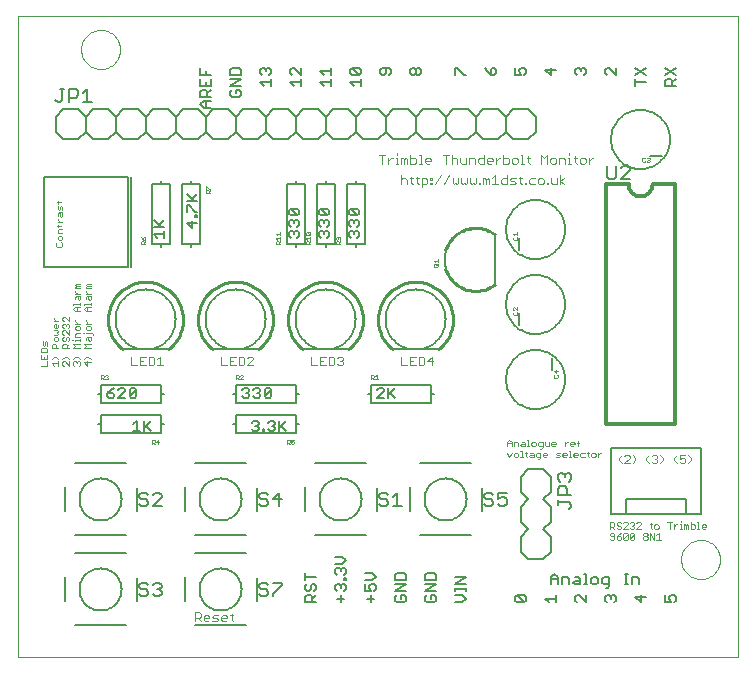
<source format=gto>
G75*
G70*
%OFA0B0*%
%FSLAX24Y24*%
%IPPOS*%
%LPD*%
%AMOC8*
5,1,8,0,0,1.08239X$1,22.5*
%
%ADD10C,0.0000*%
%ADD11C,0.0030*%
%ADD12C,0.0020*%
%ADD13C,0.0060*%
%ADD14C,0.0050*%
%ADD15C,0.0120*%
%ADD16C,0.0080*%
%ADD17C,0.0010*%
%ADD18C,0.0100*%
D10*
X006002Y000100D02*
X006002Y021470D01*
X029994Y021470D01*
X029994Y000100D01*
X006002Y000100D01*
X028102Y003350D02*
X028104Y003400D01*
X028110Y003450D01*
X028120Y003500D01*
X028133Y003548D01*
X028150Y003596D01*
X028171Y003642D01*
X028195Y003686D01*
X028223Y003728D01*
X028254Y003768D01*
X028288Y003805D01*
X028325Y003840D01*
X028364Y003871D01*
X028405Y003900D01*
X028449Y003925D01*
X028495Y003947D01*
X028542Y003965D01*
X028590Y003979D01*
X028639Y003990D01*
X028689Y003997D01*
X028739Y004000D01*
X028790Y003999D01*
X028840Y003994D01*
X028890Y003985D01*
X028938Y003973D01*
X028986Y003956D01*
X029032Y003936D01*
X029077Y003913D01*
X029120Y003886D01*
X029160Y003856D01*
X029198Y003823D01*
X029233Y003787D01*
X029266Y003748D01*
X029295Y003707D01*
X029321Y003664D01*
X029344Y003619D01*
X029363Y003572D01*
X029378Y003524D01*
X029390Y003475D01*
X029398Y003425D01*
X029402Y003375D01*
X029402Y003325D01*
X029398Y003275D01*
X029390Y003225D01*
X029378Y003176D01*
X029363Y003128D01*
X029344Y003081D01*
X029321Y003036D01*
X029295Y002993D01*
X029266Y002952D01*
X029233Y002913D01*
X029198Y002877D01*
X029160Y002844D01*
X029120Y002814D01*
X029077Y002787D01*
X029032Y002764D01*
X028986Y002744D01*
X028938Y002727D01*
X028890Y002715D01*
X028840Y002706D01*
X028790Y002701D01*
X028739Y002700D01*
X028689Y002703D01*
X028639Y002710D01*
X028590Y002721D01*
X028542Y002735D01*
X028495Y002753D01*
X028449Y002775D01*
X028405Y002800D01*
X028364Y002829D01*
X028325Y002860D01*
X028288Y002895D01*
X028254Y002932D01*
X028223Y002972D01*
X028195Y003014D01*
X028171Y003058D01*
X028150Y003104D01*
X028133Y003152D01*
X028120Y003200D01*
X028110Y003250D01*
X028104Y003300D01*
X028102Y003350D01*
X008102Y020350D02*
X008104Y020400D01*
X008110Y020450D01*
X008120Y020500D01*
X008133Y020548D01*
X008150Y020596D01*
X008171Y020642D01*
X008195Y020686D01*
X008223Y020728D01*
X008254Y020768D01*
X008288Y020805D01*
X008325Y020840D01*
X008364Y020871D01*
X008405Y020900D01*
X008449Y020925D01*
X008495Y020947D01*
X008542Y020965D01*
X008590Y020979D01*
X008639Y020990D01*
X008689Y020997D01*
X008739Y021000D01*
X008790Y020999D01*
X008840Y020994D01*
X008890Y020985D01*
X008938Y020973D01*
X008986Y020956D01*
X009032Y020936D01*
X009077Y020913D01*
X009120Y020886D01*
X009160Y020856D01*
X009198Y020823D01*
X009233Y020787D01*
X009266Y020748D01*
X009295Y020707D01*
X009321Y020664D01*
X009344Y020619D01*
X009363Y020572D01*
X009378Y020524D01*
X009390Y020475D01*
X009398Y020425D01*
X009402Y020375D01*
X009402Y020325D01*
X009398Y020275D01*
X009390Y020225D01*
X009378Y020176D01*
X009363Y020128D01*
X009344Y020081D01*
X009321Y020036D01*
X009295Y019993D01*
X009266Y019952D01*
X009233Y019913D01*
X009198Y019877D01*
X009160Y019844D01*
X009120Y019814D01*
X009077Y019787D01*
X009032Y019764D01*
X008986Y019744D01*
X008938Y019727D01*
X008890Y019715D01*
X008840Y019706D01*
X008790Y019701D01*
X008739Y019700D01*
X008689Y019703D01*
X008639Y019710D01*
X008590Y019721D01*
X008542Y019735D01*
X008495Y019753D01*
X008449Y019775D01*
X008405Y019800D01*
X008364Y019829D01*
X008325Y019860D01*
X008288Y019895D01*
X008254Y019932D01*
X008223Y019972D01*
X008195Y020014D01*
X008171Y020058D01*
X008150Y020104D01*
X008133Y020152D01*
X008120Y020200D01*
X008110Y020250D01*
X008104Y020300D01*
X008102Y020350D01*
D11*
X018048Y016835D02*
X018242Y016835D01*
X018145Y016835D02*
X018145Y016545D01*
X018343Y016545D02*
X018343Y016738D01*
X018343Y016642D02*
X018440Y016738D01*
X018488Y016738D01*
X018589Y016738D02*
X018637Y016738D01*
X018637Y016545D01*
X018589Y016545D02*
X018685Y016545D01*
X018785Y016545D02*
X018785Y016738D01*
X018833Y016738D01*
X018882Y016690D01*
X018930Y016738D01*
X018979Y016690D01*
X018979Y016545D01*
X018882Y016545D02*
X018882Y016690D01*
X019080Y016738D02*
X019225Y016738D01*
X019273Y016690D01*
X019273Y016593D01*
X019225Y016545D01*
X019080Y016545D01*
X019080Y016835D01*
X019374Y016835D02*
X019423Y016835D01*
X019423Y016545D01*
X019471Y016545D02*
X019374Y016545D01*
X019571Y016593D02*
X019571Y016690D01*
X019619Y016738D01*
X019716Y016738D01*
X019764Y016690D01*
X019764Y016642D01*
X019571Y016642D01*
X019571Y016593D02*
X019619Y016545D01*
X019716Y016545D01*
X019750Y016058D02*
X019750Y016010D01*
X019798Y016010D01*
X019798Y016058D01*
X019750Y016058D01*
X019648Y016010D02*
X019648Y015913D01*
X019600Y015865D01*
X019455Y015865D01*
X019455Y015768D02*
X019455Y016058D01*
X019600Y016058D01*
X019648Y016010D01*
X019750Y015913D02*
X019750Y015865D01*
X019798Y015865D01*
X019798Y015913D01*
X019750Y015913D01*
X019897Y015865D02*
X020090Y016155D01*
X020385Y016155D02*
X020192Y015865D01*
X020486Y015913D02*
X020486Y016058D01*
X020486Y015913D02*
X020535Y015865D01*
X020583Y015913D01*
X020631Y015865D01*
X020680Y015913D01*
X020680Y016058D01*
X020781Y016058D02*
X020781Y015913D01*
X020829Y015865D01*
X020878Y015913D01*
X020926Y015865D01*
X020974Y015913D01*
X020974Y016058D01*
X021075Y016058D02*
X021075Y015913D01*
X021124Y015865D01*
X021172Y015913D01*
X021221Y015865D01*
X021269Y015913D01*
X021269Y016058D01*
X021370Y015913D02*
X021418Y015913D01*
X021418Y015865D01*
X021370Y015865D01*
X021370Y015913D01*
X021517Y015865D02*
X021517Y016058D01*
X021566Y016058D01*
X021614Y016010D01*
X021663Y016058D01*
X021711Y016010D01*
X021711Y015865D01*
X021614Y015865D02*
X021614Y016010D01*
X021812Y016058D02*
X021909Y016155D01*
X021909Y015865D01*
X021812Y015865D02*
X022006Y015865D01*
X022107Y015913D02*
X022107Y016010D01*
X022155Y016058D01*
X022300Y016058D01*
X022300Y016155D02*
X022300Y015865D01*
X022155Y015865D01*
X022107Y015913D01*
X022401Y015865D02*
X022547Y015865D01*
X022595Y015913D01*
X022547Y015962D01*
X022450Y015962D01*
X022401Y016010D01*
X022450Y016058D01*
X022595Y016058D01*
X022696Y016058D02*
X022793Y016058D01*
X022744Y016107D02*
X022744Y015913D01*
X022793Y015865D01*
X022892Y015865D02*
X022941Y015865D01*
X022941Y015913D01*
X022892Y015913D01*
X022892Y015865D01*
X023040Y015913D02*
X023088Y015865D01*
X023233Y015865D01*
X023334Y015913D02*
X023383Y015865D01*
X023480Y015865D01*
X023528Y015913D01*
X023528Y016010D01*
X023480Y016058D01*
X023383Y016058D01*
X023334Y016010D01*
X023334Y015913D01*
X023233Y016058D02*
X023088Y016058D01*
X023040Y016010D01*
X023040Y015913D01*
X023629Y015913D02*
X023677Y015913D01*
X023677Y015865D01*
X023629Y015865D01*
X023629Y015913D01*
X023776Y015913D02*
X023776Y016058D01*
X023776Y015913D02*
X023825Y015865D01*
X023970Y015865D01*
X023970Y016058D01*
X024071Y015962D02*
X024216Y016058D01*
X024071Y015962D02*
X024216Y015865D01*
X024071Y015865D02*
X024071Y016155D01*
X024040Y016545D02*
X024040Y016738D01*
X024185Y016738D01*
X024233Y016690D01*
X024233Y016545D01*
X024334Y016545D02*
X024431Y016545D01*
X024383Y016545D02*
X024383Y016738D01*
X024334Y016738D01*
X024383Y016835D02*
X024383Y016884D01*
X024531Y016738D02*
X024627Y016738D01*
X024579Y016787D02*
X024579Y016593D01*
X024627Y016545D01*
X024727Y016593D02*
X024727Y016690D01*
X024776Y016738D01*
X024872Y016738D01*
X024921Y016690D01*
X024921Y016593D01*
X024872Y016545D01*
X024776Y016545D01*
X024727Y016593D01*
X025022Y016545D02*
X025022Y016738D01*
X025022Y016642D02*
X025119Y016738D01*
X025167Y016738D01*
X023938Y016690D02*
X023938Y016593D01*
X023890Y016545D01*
X023793Y016545D01*
X023745Y016593D01*
X023745Y016690D01*
X023793Y016738D01*
X023890Y016738D01*
X023938Y016690D01*
X023644Y016835D02*
X023644Y016545D01*
X023450Y016545D02*
X023450Y016835D01*
X023547Y016738D01*
X023644Y016835D01*
X023056Y016738D02*
X022959Y016738D01*
X023008Y016787D02*
X023008Y016593D01*
X023056Y016545D01*
X022860Y016545D02*
X022763Y016545D01*
X022811Y016545D02*
X022811Y016835D01*
X022763Y016835D01*
X022662Y016690D02*
X022613Y016738D01*
X022517Y016738D01*
X022468Y016690D01*
X022468Y016593D01*
X022517Y016545D01*
X022613Y016545D01*
X022662Y016593D01*
X022662Y016690D01*
X022367Y016690D02*
X022367Y016593D01*
X022319Y016545D01*
X022174Y016545D01*
X022174Y016835D01*
X022174Y016738D02*
X022319Y016738D01*
X022367Y016690D01*
X022073Y016738D02*
X022025Y016738D01*
X021928Y016642D01*
X021928Y016738D02*
X021928Y016545D01*
X021827Y016642D02*
X021633Y016642D01*
X021633Y016690D02*
X021682Y016738D01*
X021778Y016738D01*
X021827Y016690D01*
X021827Y016642D01*
X021778Y016545D02*
X021682Y016545D01*
X021633Y016593D01*
X021633Y016690D01*
X021532Y016738D02*
X021387Y016738D01*
X021339Y016690D01*
X021339Y016593D01*
X021387Y016545D01*
X021532Y016545D01*
X021532Y016835D01*
X021238Y016690D02*
X021238Y016545D01*
X021238Y016690D02*
X021189Y016738D01*
X021044Y016738D01*
X021044Y016545D01*
X020943Y016545D02*
X020943Y016738D01*
X020943Y016545D02*
X020798Y016545D01*
X020749Y016593D01*
X020749Y016738D01*
X020648Y016690D02*
X020648Y016545D01*
X020648Y016690D02*
X020600Y016738D01*
X020503Y016738D01*
X020455Y016690D01*
X020455Y016835D02*
X020455Y016545D01*
X020257Y016545D02*
X020257Y016835D01*
X020160Y016835D02*
X020354Y016835D01*
X019355Y016058D02*
X019258Y016058D01*
X019307Y016107D02*
X019307Y015913D01*
X019355Y015865D01*
X019159Y015865D02*
X019110Y015913D01*
X019110Y016107D01*
X019062Y016058D02*
X019159Y016058D01*
X018961Y016010D02*
X018961Y015865D01*
X018961Y016010D02*
X018912Y016058D01*
X018816Y016058D01*
X018767Y016010D01*
X018767Y016155D02*
X018767Y015865D01*
X018637Y016835D02*
X018637Y016884D01*
X018767Y010115D02*
X018767Y009825D01*
X018961Y009825D01*
X019062Y009825D02*
X019256Y009825D01*
X019357Y009825D02*
X019502Y009825D01*
X019550Y009873D01*
X019550Y010067D01*
X019502Y010115D01*
X019357Y010115D01*
X019357Y009825D01*
X019159Y009970D02*
X019062Y009970D01*
X019062Y010115D02*
X019062Y009825D01*
X019062Y010115D02*
X019256Y010115D01*
X019651Y009970D02*
X019845Y009970D01*
X019796Y009825D02*
X019796Y010115D01*
X019651Y009970D01*
X016845Y009922D02*
X016845Y009873D01*
X016796Y009825D01*
X016700Y009825D01*
X016651Y009873D01*
X016550Y009873D02*
X016502Y009825D01*
X016357Y009825D01*
X016357Y010115D01*
X016502Y010115D01*
X016550Y010067D01*
X016550Y009873D01*
X016651Y010067D02*
X016700Y010115D01*
X016796Y010115D01*
X016845Y010067D01*
X016845Y010018D01*
X016796Y009970D01*
X016845Y009922D01*
X016796Y009970D02*
X016748Y009970D01*
X016256Y009825D02*
X016062Y009825D01*
X016062Y010115D01*
X016256Y010115D01*
X016159Y009970D02*
X016062Y009970D01*
X015961Y009825D02*
X015767Y009825D01*
X015767Y010115D01*
X013845Y010067D02*
X013845Y010018D01*
X013651Y009825D01*
X013845Y009825D01*
X013550Y009873D02*
X013550Y010067D01*
X013502Y010115D01*
X013357Y010115D01*
X013357Y009825D01*
X013502Y009825D01*
X013550Y009873D01*
X013651Y010067D02*
X013700Y010115D01*
X013796Y010115D01*
X013845Y010067D01*
X013256Y010115D02*
X013062Y010115D01*
X013062Y009825D01*
X013256Y009825D01*
X013159Y009970D02*
X013062Y009970D01*
X012961Y009825D02*
X012767Y009825D01*
X012767Y010115D01*
X010845Y009825D02*
X010651Y009825D01*
X010748Y009825D02*
X010748Y010115D01*
X010651Y010018D01*
X010550Y010067D02*
X010550Y009873D01*
X010502Y009825D01*
X010357Y009825D01*
X010357Y010115D01*
X010502Y010115D01*
X010550Y010067D01*
X010256Y010115D02*
X010062Y010115D01*
X010062Y009825D01*
X010256Y009825D01*
X010159Y009970D02*
X010062Y009970D01*
X009961Y009825D02*
X009767Y009825D01*
X009767Y010115D01*
X011892Y001585D02*
X012037Y001585D01*
X012086Y001537D01*
X012086Y001440D01*
X012037Y001392D01*
X011892Y001392D01*
X011892Y001295D02*
X011892Y001585D01*
X011989Y001392D02*
X012086Y001295D01*
X012187Y001343D02*
X012235Y001295D01*
X012332Y001295D01*
X012380Y001392D02*
X012187Y001392D01*
X012187Y001440D02*
X012235Y001488D01*
X012332Y001488D01*
X012380Y001440D01*
X012380Y001392D01*
X012482Y001440D02*
X012530Y001488D01*
X012675Y001488D01*
X012627Y001392D02*
X012675Y001343D01*
X012627Y001295D01*
X012482Y001295D01*
X012530Y001392D02*
X012482Y001440D01*
X012530Y001392D02*
X012627Y001392D01*
X012776Y001392D02*
X012970Y001392D01*
X012970Y001440D01*
X012921Y001488D01*
X012825Y001488D01*
X012776Y001440D01*
X012776Y001343D01*
X012825Y001295D01*
X012921Y001295D01*
X013119Y001343D02*
X013168Y001295D01*
X013119Y001343D02*
X013119Y001537D01*
X013071Y001488D02*
X013168Y001488D01*
X012187Y001440D02*
X012187Y001343D01*
D12*
X022381Y006760D02*
X022455Y006907D01*
X022529Y006870D02*
X022529Y006797D01*
X022566Y006760D01*
X022639Y006760D01*
X022676Y006797D01*
X022676Y006870D01*
X022639Y006907D01*
X022566Y006907D01*
X022529Y006870D01*
X022381Y006760D02*
X022308Y006907D01*
X022308Y007120D02*
X022308Y007267D01*
X022381Y007340D01*
X022455Y007267D01*
X022455Y007120D01*
X022529Y007120D02*
X022529Y007267D01*
X022639Y007267D01*
X022676Y007230D01*
X022676Y007120D01*
X022750Y007157D02*
X022787Y007193D01*
X022897Y007193D01*
X022897Y007230D02*
X022897Y007120D01*
X022787Y007120D01*
X022750Y007157D01*
X022787Y007267D02*
X022860Y007267D01*
X022897Y007230D01*
X022971Y007120D02*
X023044Y007120D01*
X023008Y007120D02*
X023008Y007340D01*
X022971Y007340D01*
X023118Y007230D02*
X023118Y007157D01*
X023155Y007120D01*
X023228Y007120D01*
X023265Y007157D01*
X023265Y007230D01*
X023228Y007267D01*
X023155Y007267D01*
X023118Y007230D01*
X023339Y007230D02*
X023339Y007157D01*
X023376Y007120D01*
X023486Y007120D01*
X023486Y007083D02*
X023486Y007267D01*
X023376Y007267D01*
X023339Y007230D01*
X023413Y007047D02*
X023449Y007047D01*
X023486Y007083D01*
X023560Y007157D02*
X023597Y007120D01*
X023707Y007120D01*
X023707Y007267D01*
X023781Y007230D02*
X023781Y007157D01*
X023818Y007120D01*
X023891Y007120D01*
X023928Y007193D02*
X023781Y007193D01*
X023781Y007230D02*
X023818Y007267D01*
X023891Y007267D01*
X023928Y007230D01*
X023928Y007193D01*
X023965Y006907D02*
X024075Y006907D01*
X024039Y006833D02*
X023965Y006833D01*
X023929Y006870D01*
X023965Y006907D01*
X024039Y006833D02*
X024075Y006797D01*
X024039Y006760D01*
X023929Y006760D01*
X024150Y006797D02*
X024150Y006870D01*
X024186Y006907D01*
X024260Y006907D01*
X024296Y006870D01*
X024296Y006833D01*
X024150Y006833D01*
X024150Y006797D02*
X024186Y006760D01*
X024260Y006760D01*
X024371Y006760D02*
X024444Y006760D01*
X024407Y006760D02*
X024407Y006980D01*
X024371Y006980D01*
X024444Y007120D02*
X024407Y007157D01*
X024407Y007230D01*
X024444Y007267D01*
X024518Y007267D01*
X024554Y007230D01*
X024554Y007193D01*
X024407Y007193D01*
X024444Y007120D02*
X024518Y007120D01*
X024665Y007120D02*
X024665Y007303D01*
X024702Y007340D01*
X024702Y007230D02*
X024628Y007230D01*
X024333Y007267D02*
X024297Y007267D01*
X024223Y007193D01*
X024223Y007120D02*
X024223Y007267D01*
X024555Y006907D02*
X024628Y006907D01*
X024665Y006870D01*
X024665Y006833D01*
X024518Y006833D01*
X024518Y006797D02*
X024518Y006870D01*
X024555Y006907D01*
X024518Y006797D02*
X024555Y006760D01*
X024628Y006760D01*
X024739Y006797D02*
X024776Y006760D01*
X024886Y006760D01*
X024997Y006797D02*
X025033Y006760D01*
X024997Y006797D02*
X024997Y006943D01*
X025033Y006907D02*
X024960Y006907D01*
X024886Y006907D02*
X024776Y006907D01*
X024739Y006870D01*
X024739Y006797D01*
X025107Y006797D02*
X025144Y006760D01*
X025217Y006760D01*
X025254Y006797D01*
X025254Y006870D01*
X025217Y006907D01*
X025144Y006907D01*
X025107Y006870D01*
X025107Y006797D01*
X025328Y006833D02*
X025402Y006907D01*
X025438Y006907D01*
X025328Y006907D02*
X025328Y006760D01*
X026026Y006747D02*
X026120Y006840D01*
X026210Y006794D02*
X026257Y006840D01*
X026351Y006840D01*
X026397Y006794D01*
X026397Y006747D01*
X026210Y006560D01*
X026397Y006560D01*
X026487Y006560D02*
X026580Y006653D01*
X026580Y006747D01*
X026487Y006840D01*
X026947Y006747D02*
X027040Y006840D01*
X027131Y006794D02*
X027178Y006840D01*
X027271Y006840D01*
X027318Y006794D01*
X027318Y006747D01*
X027271Y006700D01*
X027318Y006653D01*
X027318Y006607D01*
X027271Y006560D01*
X027178Y006560D01*
X027131Y006607D01*
X027040Y006560D02*
X026947Y006653D01*
X026947Y006747D01*
X027225Y006700D02*
X027271Y006700D01*
X027407Y006560D02*
X027501Y006653D01*
X027501Y006747D01*
X027407Y006840D01*
X027868Y006747D02*
X027961Y006840D01*
X028052Y006840D02*
X028052Y006700D01*
X028145Y006747D01*
X028192Y006747D01*
X028239Y006700D01*
X028239Y006607D01*
X028192Y006560D01*
X028099Y006560D01*
X028052Y006607D01*
X027961Y006560D02*
X027868Y006653D01*
X027868Y006747D01*
X028052Y006840D02*
X028239Y006840D01*
X028328Y006840D02*
X028422Y006747D01*
X028422Y006653D01*
X028328Y006560D01*
X026120Y006560D02*
X026026Y006653D01*
X026026Y006747D01*
X023633Y006833D02*
X023487Y006833D01*
X023487Y006797D02*
X023487Y006870D01*
X023523Y006907D01*
X023597Y006907D01*
X023633Y006870D01*
X023633Y006833D01*
X023597Y006760D02*
X023523Y006760D01*
X023487Y006797D01*
X023412Y006760D02*
X023302Y006760D01*
X023266Y006797D01*
X023266Y006870D01*
X023302Y006907D01*
X023412Y006907D01*
X023412Y006723D01*
X023376Y006687D01*
X023339Y006687D01*
X023191Y006760D02*
X023081Y006760D01*
X023045Y006797D01*
X023081Y006833D01*
X023191Y006833D01*
X023191Y006870D02*
X023191Y006760D01*
X023191Y006870D02*
X023155Y006907D01*
X023081Y006907D01*
X022971Y006907D02*
X022897Y006907D01*
X022934Y006943D02*
X022934Y006797D01*
X022971Y006760D01*
X022823Y006760D02*
X022750Y006760D01*
X022787Y006760D02*
X022787Y006980D01*
X022750Y006980D01*
X022455Y007230D02*
X022308Y007230D01*
X023560Y007267D02*
X023560Y007157D01*
X025734Y004590D02*
X025844Y004590D01*
X025881Y004553D01*
X025881Y004480D01*
X025844Y004443D01*
X025734Y004443D01*
X025734Y004370D02*
X025734Y004590D01*
X025808Y004443D02*
X025881Y004370D01*
X025955Y004407D02*
X025992Y004370D01*
X026065Y004370D01*
X026102Y004407D01*
X026102Y004443D01*
X026065Y004480D01*
X025992Y004480D01*
X025955Y004517D01*
X025955Y004553D01*
X025992Y004590D01*
X026065Y004590D01*
X026102Y004553D01*
X026176Y004553D02*
X026213Y004590D01*
X026286Y004590D01*
X026323Y004553D01*
X026323Y004517D01*
X026176Y004370D01*
X026323Y004370D01*
X026397Y004407D02*
X026434Y004370D01*
X026507Y004370D01*
X026544Y004407D01*
X026544Y004443D01*
X026507Y004480D01*
X026471Y004480D01*
X026507Y004480D02*
X026544Y004517D01*
X026544Y004553D01*
X026507Y004590D01*
X026434Y004590D01*
X026397Y004553D01*
X026618Y004553D02*
X026655Y004590D01*
X026728Y004590D01*
X026765Y004553D01*
X026765Y004517D01*
X026618Y004370D01*
X026765Y004370D01*
X026876Y004230D02*
X026949Y004230D01*
X026986Y004193D01*
X026986Y004157D01*
X026949Y004120D01*
X026876Y004120D01*
X026839Y004157D01*
X026839Y004193D01*
X026876Y004230D01*
X026876Y004120D02*
X026839Y004083D01*
X026839Y004047D01*
X026876Y004010D01*
X026949Y004010D01*
X026986Y004047D01*
X026986Y004083D01*
X026949Y004120D01*
X027060Y004010D02*
X027060Y004230D01*
X027207Y004010D01*
X027207Y004230D01*
X027281Y004157D02*
X027355Y004230D01*
X027355Y004010D01*
X027428Y004010D02*
X027281Y004010D01*
X027244Y004370D02*
X027208Y004407D01*
X027208Y004480D01*
X027244Y004517D01*
X027318Y004517D01*
X027354Y004480D01*
X027354Y004407D01*
X027318Y004370D01*
X027244Y004370D01*
X027134Y004370D02*
X027097Y004407D01*
X027097Y004553D01*
X027060Y004517D02*
X027134Y004517D01*
X027650Y004590D02*
X027796Y004590D01*
X027723Y004590D02*
X027723Y004370D01*
X027871Y004370D02*
X027871Y004517D01*
X027944Y004517D02*
X027981Y004517D01*
X027944Y004517D02*
X027871Y004443D01*
X028055Y004370D02*
X028128Y004370D01*
X028091Y004370D02*
X028091Y004517D01*
X028055Y004517D01*
X028091Y004590D02*
X028091Y004627D01*
X028202Y004517D02*
X028239Y004517D01*
X028275Y004480D01*
X028312Y004517D01*
X028349Y004480D01*
X028349Y004370D01*
X028275Y004370D02*
X028275Y004480D01*
X028202Y004517D02*
X028202Y004370D01*
X028423Y004370D02*
X028423Y004590D01*
X028423Y004517D02*
X028533Y004517D01*
X028570Y004480D01*
X028570Y004407D01*
X028533Y004370D01*
X028423Y004370D01*
X028644Y004370D02*
X028717Y004370D01*
X028681Y004370D02*
X028681Y004590D01*
X028644Y004590D01*
X028791Y004480D02*
X028828Y004517D01*
X028901Y004517D01*
X028938Y004480D01*
X028938Y004443D01*
X028791Y004443D01*
X028791Y004407D02*
X028791Y004480D01*
X028791Y004407D02*
X028828Y004370D01*
X028901Y004370D01*
X026544Y004193D02*
X026544Y004047D01*
X026507Y004010D01*
X026434Y004010D01*
X026397Y004047D01*
X026544Y004193D01*
X026507Y004230D01*
X026434Y004230D01*
X026397Y004193D01*
X026397Y004047D01*
X026323Y004047D02*
X026286Y004010D01*
X026213Y004010D01*
X026176Y004047D01*
X026323Y004193D01*
X026323Y004047D01*
X026323Y004193D02*
X026286Y004230D01*
X026213Y004230D01*
X026176Y004193D01*
X026176Y004047D01*
X026102Y004047D02*
X026102Y004083D01*
X026065Y004120D01*
X025955Y004120D01*
X025955Y004047D01*
X025992Y004010D01*
X026065Y004010D01*
X026102Y004047D01*
X026029Y004193D02*
X025955Y004120D01*
X025881Y004120D02*
X025771Y004120D01*
X025734Y004157D01*
X025734Y004193D01*
X025771Y004230D01*
X025844Y004230D01*
X025881Y004193D01*
X025881Y004047D01*
X025844Y004010D01*
X025771Y004010D01*
X025734Y004047D01*
X026029Y004193D02*
X026102Y004230D01*
X019969Y013110D02*
X019992Y013133D01*
X019992Y013180D01*
X019969Y013203D01*
X019876Y013203D01*
X019852Y013180D01*
X019852Y013133D01*
X019876Y013110D01*
X019969Y013110D01*
X019946Y013157D02*
X019992Y013203D01*
X019992Y013257D02*
X019992Y013351D01*
X019992Y013304D02*
X019852Y013304D01*
X019899Y013257D01*
X008496Y010879D02*
X008459Y010915D01*
X008276Y010915D01*
X008202Y010915D02*
X008165Y010915D01*
X008062Y010915D02*
X007952Y010915D01*
X007916Y010879D01*
X007916Y010768D01*
X008062Y010768D01*
X008062Y010694D02*
X008062Y010621D01*
X008062Y010658D02*
X007916Y010658D01*
X007916Y010621D01*
X007842Y010658D02*
X007805Y010658D01*
X007702Y010658D02*
X007666Y010621D01*
X007702Y010658D02*
X007702Y010731D01*
X007666Y010768D01*
X007629Y010768D01*
X007592Y010731D01*
X007592Y010658D01*
X007556Y010621D01*
X007519Y010621D01*
X007482Y010658D01*
X007482Y010731D01*
X007519Y010768D01*
X007519Y010842D02*
X007482Y010879D01*
X007482Y010952D01*
X007519Y010989D01*
X007556Y010989D01*
X007702Y010842D01*
X007702Y010989D01*
X007666Y011063D02*
X007702Y011100D01*
X007702Y011173D01*
X007666Y011210D01*
X007629Y011210D01*
X007592Y011173D01*
X007592Y011136D01*
X007592Y011173D02*
X007556Y011210D01*
X007519Y011210D01*
X007482Y011173D01*
X007482Y011100D01*
X007519Y011063D01*
X007342Y011100D02*
X007306Y011063D01*
X007232Y011063D01*
X007196Y011100D01*
X007196Y011173D01*
X007232Y011210D01*
X007269Y011210D01*
X007269Y011063D01*
X007342Y011100D02*
X007342Y011173D01*
X007342Y011284D02*
X007196Y011284D01*
X007269Y011284D02*
X007196Y011357D01*
X007196Y011394D01*
X007482Y011394D02*
X007482Y011321D01*
X007519Y011284D01*
X007482Y011394D02*
X007519Y011431D01*
X007556Y011431D01*
X007702Y011284D01*
X007702Y011431D01*
X007916Y011320D02*
X007916Y011284D01*
X007989Y011210D01*
X008062Y011210D02*
X007916Y011210D01*
X007952Y011136D02*
X007916Y011100D01*
X007916Y011026D01*
X007952Y010989D01*
X008026Y010989D01*
X008062Y011026D01*
X008062Y011100D01*
X008026Y011136D01*
X007952Y011136D01*
X008276Y011100D02*
X008276Y011026D01*
X008312Y010989D01*
X008386Y010989D01*
X008422Y011026D01*
X008422Y011100D01*
X008386Y011136D01*
X008312Y011136D01*
X008276Y011100D01*
X008276Y011210D02*
X008422Y011210D01*
X008349Y011210D02*
X008276Y011284D01*
X008276Y011320D01*
X008276Y011616D02*
X008202Y011689D01*
X008276Y011762D01*
X008422Y011762D01*
X008422Y011837D02*
X008422Y011910D01*
X008422Y011873D02*
X008202Y011873D01*
X008202Y011837D01*
X008312Y011762D02*
X008312Y011616D01*
X008276Y011616D02*
X008422Y011616D01*
X008062Y011616D02*
X007916Y011616D01*
X007842Y011689D01*
X007916Y011762D01*
X008062Y011762D01*
X008062Y011837D02*
X008062Y011910D01*
X008062Y011873D02*
X007842Y011873D01*
X007842Y011837D01*
X007952Y011762D02*
X007952Y011616D01*
X008026Y011984D02*
X007989Y012021D01*
X007989Y012131D01*
X007952Y012131D02*
X008062Y012131D01*
X008062Y012021D01*
X008026Y011984D01*
X007916Y012021D02*
X007916Y012094D01*
X007952Y012131D01*
X007916Y012205D02*
X008062Y012205D01*
X007989Y012205D02*
X007916Y012278D01*
X007916Y012315D01*
X007916Y012389D02*
X007916Y012426D01*
X007952Y012462D01*
X007916Y012499D01*
X007952Y012536D01*
X008062Y012536D01*
X008062Y012462D02*
X007952Y012462D01*
X007916Y012389D02*
X008062Y012389D01*
X008276Y012389D02*
X008276Y012426D01*
X008312Y012462D01*
X008276Y012499D01*
X008312Y012536D01*
X008422Y012536D01*
X008422Y012462D02*
X008312Y012462D01*
X008276Y012389D02*
X008422Y012389D01*
X008276Y012315D02*
X008276Y012278D01*
X008349Y012205D01*
X008422Y012205D02*
X008276Y012205D01*
X008312Y012131D02*
X008422Y012131D01*
X008422Y012021D01*
X008386Y011984D01*
X008349Y012021D01*
X008349Y012131D01*
X008312Y012131D02*
X008276Y012094D01*
X008276Y012021D01*
X007306Y010989D02*
X007196Y010989D01*
X007306Y010989D02*
X007342Y010952D01*
X007306Y010915D01*
X007342Y010879D01*
X007306Y010842D01*
X007196Y010842D01*
X007232Y010768D02*
X007196Y010731D01*
X007196Y010658D01*
X007232Y010621D01*
X007306Y010621D01*
X007342Y010658D01*
X007342Y010731D01*
X007306Y010768D01*
X007232Y010768D01*
X007232Y010547D02*
X007159Y010547D01*
X007122Y010510D01*
X007122Y010400D01*
X007342Y010400D01*
X007269Y010400D02*
X007269Y010510D01*
X007232Y010547D01*
X006982Y010584D02*
X006982Y010474D01*
X006909Y010510D02*
X006872Y010474D01*
X006836Y010510D01*
X006836Y010621D01*
X006909Y010584D02*
X006909Y010510D01*
X006909Y010584D02*
X006946Y010621D01*
X006982Y010584D01*
X006946Y010400D02*
X006799Y010400D01*
X006762Y010363D01*
X006762Y010253D01*
X006982Y010253D01*
X006982Y010363D01*
X006946Y010400D01*
X006982Y010179D02*
X006982Y010032D01*
X006762Y010032D01*
X006762Y010179D01*
X006872Y010105D02*
X006872Y010032D01*
X006982Y009958D02*
X006982Y009811D01*
X006762Y009811D01*
X007122Y009884D02*
X007342Y009884D01*
X007342Y009811D02*
X007342Y009958D01*
X007342Y010032D02*
X007269Y010105D01*
X007196Y010105D01*
X007122Y010032D01*
X007122Y009884D02*
X007196Y009811D01*
X007482Y009848D02*
X007519Y009811D01*
X007482Y009848D02*
X007482Y009921D01*
X007519Y009958D01*
X007556Y009958D01*
X007702Y009811D01*
X007702Y009958D01*
X007702Y010032D02*
X007629Y010105D01*
X007556Y010105D01*
X007482Y010032D01*
X007842Y010032D02*
X007916Y010105D01*
X007989Y010105D01*
X008062Y010032D01*
X008026Y009958D02*
X008062Y009921D01*
X008062Y009848D01*
X008026Y009811D01*
X007952Y009884D02*
X007952Y009921D01*
X007989Y009958D01*
X008026Y009958D01*
X007952Y009921D02*
X007916Y009958D01*
X007879Y009958D01*
X007842Y009921D01*
X007842Y009848D01*
X007879Y009811D01*
X008202Y009921D02*
X008312Y009811D01*
X008312Y009958D01*
X008422Y009921D02*
X008202Y009921D01*
X008202Y010032D02*
X008276Y010105D01*
X008349Y010105D01*
X008422Y010032D01*
X008422Y010400D02*
X008202Y010400D01*
X008276Y010474D01*
X008202Y010547D01*
X008422Y010547D01*
X008386Y010621D02*
X008349Y010658D01*
X008349Y010768D01*
X008312Y010768D02*
X008422Y010768D01*
X008422Y010658D01*
X008386Y010621D01*
X008276Y010658D02*
X008276Y010731D01*
X008312Y010768D01*
X008496Y010842D02*
X008496Y010879D01*
X008062Y010547D02*
X007842Y010547D01*
X007916Y010474D01*
X007842Y010400D01*
X008062Y010400D01*
X007702Y010400D02*
X007482Y010400D01*
X007482Y010510D01*
X007519Y010547D01*
X007592Y010547D01*
X007629Y010510D01*
X007629Y010400D01*
X007629Y010474D02*
X007702Y010547D01*
X007446Y013776D02*
X007482Y013813D01*
X007482Y013886D01*
X007446Y013923D01*
X007446Y013997D02*
X007482Y014034D01*
X007482Y014107D01*
X007446Y014144D01*
X007372Y014144D01*
X007336Y014107D01*
X007336Y014034D01*
X007372Y013997D01*
X007446Y013997D01*
X007299Y013923D02*
X007262Y013886D01*
X007262Y013813D01*
X007299Y013776D01*
X007446Y013776D01*
X007482Y014218D02*
X007336Y014218D01*
X007336Y014328D01*
X007372Y014365D01*
X007482Y014365D01*
X007446Y014476D02*
X007482Y014513D01*
X007446Y014476D02*
X007299Y014476D01*
X007336Y014439D02*
X007336Y014513D01*
X007336Y014587D02*
X007482Y014587D01*
X007409Y014587D02*
X007336Y014660D01*
X007336Y014697D01*
X007336Y014807D02*
X007336Y014881D01*
X007372Y014917D01*
X007482Y014917D01*
X007482Y014807D01*
X007446Y014771D01*
X007409Y014807D01*
X007409Y014917D01*
X007372Y014992D02*
X007336Y015028D01*
X007336Y015138D01*
X007336Y015213D02*
X007336Y015286D01*
X007299Y015249D02*
X007446Y015249D01*
X007482Y015286D01*
X007446Y015138D02*
X007409Y015102D01*
X007409Y015028D01*
X007372Y014992D01*
X007482Y014992D02*
X007482Y015102D01*
X007446Y015138D01*
D13*
X007502Y017350D02*
X008002Y017350D01*
X008252Y017600D01*
X008502Y017350D01*
X009002Y017350D01*
X009252Y017600D01*
X009252Y018100D01*
X009002Y018350D01*
X008502Y018350D01*
X008252Y018100D01*
X008252Y017600D01*
X008252Y018100D02*
X008002Y018350D01*
X007502Y018350D01*
X007252Y018100D01*
X007252Y017600D01*
X007502Y017350D01*
X009252Y017600D02*
X009502Y017350D01*
X010002Y017350D01*
X010252Y017600D01*
X010502Y017350D01*
X011002Y017350D01*
X011252Y017600D01*
X011502Y017350D01*
X012002Y017350D01*
X012252Y017600D01*
X012252Y018100D01*
X012002Y018350D01*
X011502Y018350D01*
X011252Y018100D01*
X011252Y017600D01*
X011252Y018100D02*
X011002Y018350D01*
X010502Y018350D01*
X010252Y018100D01*
X010252Y017600D01*
X010252Y018100D02*
X010002Y018350D01*
X009502Y018350D01*
X009252Y018100D01*
X012082Y018520D02*
X012196Y018634D01*
X012422Y018634D01*
X012422Y018775D02*
X012082Y018775D01*
X012082Y018945D01*
X012139Y019002D01*
X012252Y019002D01*
X012309Y018945D01*
X012309Y018775D01*
X012309Y018888D02*
X012422Y019002D01*
X012422Y019143D02*
X012082Y019143D01*
X012082Y019370D01*
X012082Y019512D02*
X012082Y019739D01*
X012252Y019625D02*
X012252Y019512D01*
X012422Y019512D02*
X012082Y019512D01*
X012252Y019257D02*
X012252Y019143D01*
X012422Y019143D02*
X012422Y019370D01*
X013082Y019370D02*
X013422Y019370D01*
X013082Y019143D01*
X013422Y019143D01*
X013366Y019002D02*
X013252Y019002D01*
X013252Y018888D01*
X013139Y018775D02*
X013366Y018775D01*
X013422Y018832D01*
X013422Y018945D01*
X013366Y019002D01*
X013139Y019002D02*
X013082Y018945D01*
X013082Y018832D01*
X013139Y018775D01*
X013002Y018350D02*
X012502Y018350D01*
X012252Y018100D01*
X012252Y018407D02*
X012252Y018634D01*
X012082Y018520D02*
X012196Y018407D01*
X012422Y018407D01*
X013002Y018350D02*
X013252Y018100D01*
X013502Y018350D01*
X014002Y018350D01*
X014252Y018100D01*
X014502Y018350D01*
X015002Y018350D01*
X015252Y018100D01*
X015252Y017600D01*
X015002Y017350D01*
X014502Y017350D01*
X014252Y017600D01*
X014002Y017350D01*
X013502Y017350D01*
X013252Y017600D01*
X013002Y017350D01*
X012502Y017350D01*
X012252Y017600D01*
X013252Y017600D02*
X013252Y018100D01*
X014252Y018100D02*
X014252Y017600D01*
X015252Y017600D02*
X015502Y017350D01*
X016002Y017350D01*
X016252Y017600D01*
X016502Y017350D01*
X017002Y017350D01*
X017252Y017600D01*
X017502Y017350D01*
X018002Y017350D01*
X018252Y017600D01*
X018252Y018100D01*
X018002Y018350D01*
X017502Y018350D01*
X017252Y018100D01*
X017252Y017600D01*
X017252Y018100D02*
X017002Y018350D01*
X016502Y018350D01*
X016252Y018100D01*
X016252Y017600D01*
X016252Y018100D02*
X016002Y018350D01*
X015502Y018350D01*
X015252Y018100D01*
X015196Y019143D02*
X015082Y019257D01*
X015422Y019257D01*
X015422Y019370D02*
X015422Y019143D01*
X015422Y019512D02*
X015196Y019739D01*
X015139Y019739D01*
X015082Y019682D01*
X015082Y019568D01*
X015139Y019512D01*
X015422Y019512D02*
X015422Y019739D01*
X016082Y019625D02*
X016422Y019625D01*
X016422Y019512D02*
X016422Y019739D01*
X016196Y019512D02*
X016082Y019625D01*
X016082Y019257D02*
X016422Y019257D01*
X016422Y019370D02*
X016422Y019143D01*
X016196Y019143D02*
X016082Y019257D01*
X017082Y019257D02*
X017422Y019257D01*
X017422Y019370D02*
X017422Y019143D01*
X017196Y019143D02*
X017082Y019257D01*
X017139Y019512D02*
X017082Y019568D01*
X017082Y019682D01*
X017139Y019739D01*
X017366Y019512D01*
X017422Y019568D01*
X017422Y019682D01*
X017366Y019739D01*
X017139Y019739D01*
X017139Y019512D02*
X017366Y019512D01*
X018082Y019568D02*
X018139Y019512D01*
X018196Y019512D01*
X018252Y019568D01*
X018252Y019739D01*
X018139Y019739D02*
X018082Y019682D01*
X018082Y019568D01*
X018139Y019739D02*
X018366Y019739D01*
X018422Y019682D01*
X018422Y019568D01*
X018366Y019512D01*
X019082Y019568D02*
X019082Y019682D01*
X019139Y019739D01*
X019196Y019739D01*
X019252Y019682D01*
X019252Y019568D01*
X019196Y019512D01*
X019139Y019512D01*
X019082Y019568D01*
X019252Y019568D02*
X019309Y019512D01*
X019366Y019512D01*
X019422Y019568D01*
X019422Y019682D01*
X019366Y019739D01*
X019309Y019739D01*
X019252Y019682D01*
X020582Y019739D02*
X020582Y019512D01*
X020582Y019739D02*
X020639Y019739D01*
X020866Y019512D01*
X020922Y019512D01*
X021582Y019739D02*
X021639Y019625D01*
X021752Y019512D01*
X021752Y019682D01*
X021809Y019739D01*
X021866Y019739D01*
X021922Y019682D01*
X021922Y019568D01*
X021866Y019512D01*
X021752Y019512D01*
X022582Y019512D02*
X022752Y019512D01*
X022696Y019625D01*
X022696Y019682D01*
X022752Y019739D01*
X022866Y019739D01*
X022922Y019682D01*
X022922Y019568D01*
X022866Y019512D01*
X022582Y019512D02*
X022582Y019739D01*
X023582Y019682D02*
X023752Y019512D01*
X023752Y019739D01*
X023922Y019682D02*
X023582Y019682D01*
X024582Y019682D02*
X024582Y019568D01*
X024639Y019512D01*
X024752Y019625D02*
X024752Y019682D01*
X024809Y019739D01*
X024866Y019739D01*
X024922Y019682D01*
X024922Y019568D01*
X024866Y019512D01*
X024752Y019682D02*
X024696Y019739D01*
X024639Y019739D01*
X024582Y019682D01*
X025582Y019682D02*
X025582Y019568D01*
X025639Y019512D01*
X025582Y019682D02*
X025639Y019739D01*
X025696Y019739D01*
X025922Y019512D01*
X025922Y019739D01*
X026582Y019739D02*
X026922Y019512D01*
X026922Y019739D02*
X026582Y019512D01*
X026582Y019370D02*
X026582Y019143D01*
X026582Y019257D02*
X026922Y019257D01*
X027582Y019314D02*
X027582Y019143D01*
X027922Y019143D01*
X027809Y019143D02*
X027809Y019314D01*
X027752Y019370D01*
X027639Y019370D01*
X027582Y019314D01*
X027582Y019512D02*
X027922Y019739D01*
X027922Y019512D02*
X027582Y019739D01*
X027922Y019370D02*
X027809Y019257D01*
X023252Y018100D02*
X023252Y017600D01*
X023002Y017350D01*
X022502Y017350D01*
X022252Y017600D01*
X022002Y017350D01*
X021502Y017350D01*
X021252Y017600D01*
X021002Y017350D01*
X020502Y017350D01*
X020252Y017600D01*
X020002Y017350D01*
X019502Y017350D01*
X019252Y017600D01*
X019002Y017350D01*
X018502Y017350D01*
X018252Y017600D01*
X018252Y018100D02*
X018502Y018350D01*
X019002Y018350D01*
X019252Y018100D01*
X019502Y018350D01*
X020002Y018350D01*
X020252Y018100D01*
X020502Y018350D01*
X021002Y018350D01*
X021252Y018100D01*
X021252Y017600D01*
X021252Y018100D02*
X021502Y018350D01*
X022002Y018350D01*
X022252Y018100D01*
X022502Y018350D01*
X023002Y018350D01*
X023252Y018100D01*
X022252Y018100D02*
X022252Y017600D01*
X020252Y017600D02*
X020252Y018100D01*
X019252Y018100D02*
X019252Y017600D01*
X017316Y015043D02*
X017089Y015043D01*
X017316Y014817D01*
X017372Y014873D01*
X017372Y014987D01*
X017316Y015043D01*
X017316Y014817D02*
X017089Y014817D01*
X017032Y014873D01*
X017032Y014987D01*
X017089Y015043D01*
X017089Y014675D02*
X017146Y014675D01*
X017202Y014618D01*
X017259Y014675D01*
X017316Y014675D01*
X017372Y014618D01*
X017372Y014505D01*
X017316Y014448D01*
X017316Y014307D02*
X017372Y014250D01*
X017372Y014137D01*
X017316Y014080D01*
X017202Y014193D02*
X017202Y014250D01*
X017259Y014307D01*
X017316Y014307D01*
X017202Y014250D02*
X017146Y014307D01*
X017089Y014307D01*
X017032Y014250D01*
X017032Y014137D01*
X017089Y014080D01*
X017089Y014448D02*
X017032Y014505D01*
X017032Y014618D01*
X017089Y014675D01*
X017202Y014618D02*
X017202Y014562D01*
X016372Y014618D02*
X016372Y014505D01*
X016316Y014448D01*
X016316Y014307D02*
X016372Y014250D01*
X016372Y014137D01*
X016316Y014080D01*
X016202Y014193D02*
X016202Y014250D01*
X016259Y014307D01*
X016316Y014307D01*
X016202Y014250D02*
X016146Y014307D01*
X016089Y014307D01*
X016032Y014250D01*
X016032Y014137D01*
X016089Y014080D01*
X016089Y014448D02*
X016032Y014505D01*
X016032Y014618D01*
X016089Y014675D01*
X016146Y014675D01*
X016202Y014618D01*
X016259Y014675D01*
X016316Y014675D01*
X016372Y014618D01*
X016202Y014618D02*
X016202Y014562D01*
X016089Y014817D02*
X016032Y014873D01*
X016032Y014987D01*
X016089Y015043D01*
X016316Y014817D01*
X016372Y014873D01*
X016372Y014987D01*
X016316Y015043D01*
X016089Y015043D01*
X016089Y014817D02*
X016316Y014817D01*
X015372Y014873D02*
X015316Y014817D01*
X015089Y015043D01*
X015316Y015043D01*
X015372Y014987D01*
X015372Y014873D01*
X015316Y014817D02*
X015089Y014817D01*
X015032Y014873D01*
X015032Y014987D01*
X015089Y015043D01*
X015089Y014675D02*
X015146Y014675D01*
X015202Y014618D01*
X015259Y014675D01*
X015316Y014675D01*
X015372Y014618D01*
X015372Y014505D01*
X015316Y014448D01*
X015316Y014307D02*
X015372Y014250D01*
X015372Y014137D01*
X015316Y014080D01*
X015202Y014193D02*
X015202Y014250D01*
X015259Y014307D01*
X015316Y014307D01*
X015202Y014250D02*
X015146Y014307D01*
X015089Y014307D01*
X015032Y014250D01*
X015032Y014137D01*
X015089Y014080D01*
X015089Y014448D02*
X015032Y014505D01*
X015032Y014618D01*
X015089Y014675D01*
X015202Y014618D02*
X015202Y014562D01*
X011972Y014561D02*
X011632Y014561D01*
X011802Y014391D01*
X011802Y014618D01*
X011916Y014759D02*
X011916Y014816D01*
X011972Y014816D01*
X011972Y014759D01*
X011916Y014759D01*
X011916Y014943D02*
X011972Y014943D01*
X011916Y014943D02*
X011689Y015170D01*
X011632Y015170D01*
X011632Y014943D01*
X011632Y015312D02*
X011972Y015312D01*
X011859Y015312D02*
X011632Y015539D01*
X011802Y015368D02*
X011972Y015539D01*
X010872Y014675D02*
X010702Y014505D01*
X010759Y014448D02*
X010532Y014675D01*
X010532Y014448D02*
X010872Y014448D01*
X010872Y014307D02*
X010872Y014080D01*
X010872Y014193D02*
X010532Y014193D01*
X010646Y014080D01*
X009252Y011350D02*
X009254Y011413D01*
X009260Y011475D01*
X009270Y011537D01*
X009283Y011599D01*
X009301Y011659D01*
X009322Y011718D01*
X009347Y011776D01*
X009376Y011832D01*
X009408Y011886D01*
X009443Y011938D01*
X009481Y011987D01*
X009523Y012035D01*
X009567Y012079D01*
X009615Y012121D01*
X009664Y012159D01*
X009716Y012194D01*
X009770Y012226D01*
X009826Y012255D01*
X009884Y012280D01*
X009943Y012301D01*
X010003Y012319D01*
X010065Y012332D01*
X010127Y012342D01*
X010189Y012348D01*
X010252Y012350D01*
X010315Y012348D01*
X010377Y012342D01*
X010439Y012332D01*
X010501Y012319D01*
X010561Y012301D01*
X010620Y012280D01*
X010678Y012255D01*
X010734Y012226D01*
X010788Y012194D01*
X010840Y012159D01*
X010889Y012121D01*
X010937Y012079D01*
X010981Y012035D01*
X011023Y011987D01*
X011061Y011938D01*
X011096Y011886D01*
X011128Y011832D01*
X011157Y011776D01*
X011182Y011718D01*
X011203Y011659D01*
X011221Y011599D01*
X011234Y011537D01*
X011244Y011475D01*
X011250Y011413D01*
X011252Y011350D01*
X011250Y011287D01*
X011244Y011225D01*
X011234Y011163D01*
X011221Y011101D01*
X011203Y011041D01*
X011182Y010982D01*
X011157Y010924D01*
X011128Y010868D01*
X011096Y010814D01*
X011061Y010762D01*
X011023Y010713D01*
X010981Y010665D01*
X010937Y010621D01*
X010889Y010579D01*
X010840Y010541D01*
X010788Y010506D01*
X010734Y010474D01*
X010678Y010445D01*
X010620Y010420D01*
X010561Y010399D01*
X010501Y010381D01*
X010439Y010368D01*
X010377Y010358D01*
X010315Y010352D01*
X010252Y010350D01*
X010189Y010352D01*
X010127Y010358D01*
X010065Y010368D01*
X010003Y010381D01*
X009943Y010399D01*
X009884Y010420D01*
X009826Y010445D01*
X009770Y010474D01*
X009716Y010506D01*
X009664Y010541D01*
X009615Y010579D01*
X009567Y010621D01*
X009523Y010665D01*
X009481Y010713D01*
X009443Y010762D01*
X009408Y010814D01*
X009376Y010868D01*
X009347Y010924D01*
X009322Y010982D01*
X009301Y011041D01*
X009283Y011101D01*
X009270Y011163D01*
X009260Y011225D01*
X009254Y011287D01*
X009252Y011350D01*
X009209Y009070D02*
X009096Y009014D01*
X008982Y008900D01*
X009153Y008900D01*
X009209Y008843D01*
X009209Y008787D01*
X009153Y008730D01*
X009039Y008730D01*
X008982Y008787D01*
X008982Y008900D01*
X009351Y009014D02*
X009407Y009070D01*
X009521Y009070D01*
X009578Y009014D01*
X009578Y008957D01*
X009351Y008730D01*
X009578Y008730D01*
X009719Y008787D02*
X009946Y009014D01*
X009946Y008787D01*
X009889Y008730D01*
X009776Y008730D01*
X009719Y008787D01*
X009719Y009014D01*
X009776Y009070D01*
X009889Y009070D01*
X009946Y009014D01*
X009959Y007970D02*
X009959Y007630D01*
X009846Y007630D02*
X010073Y007630D01*
X010214Y007630D02*
X010214Y007970D01*
X010271Y007800D02*
X010441Y007630D01*
X010214Y007743D02*
X010441Y007970D01*
X009959Y007970D02*
X009846Y007857D01*
X013482Y008787D02*
X013539Y008730D01*
X013653Y008730D01*
X013709Y008787D01*
X013709Y008843D01*
X013653Y008900D01*
X013596Y008900D01*
X013653Y008900D02*
X013709Y008957D01*
X013709Y009014D01*
X013653Y009070D01*
X013539Y009070D01*
X013482Y009014D01*
X013851Y009014D02*
X013907Y009070D01*
X014021Y009070D01*
X014078Y009014D01*
X014078Y008957D01*
X014021Y008900D01*
X014078Y008843D01*
X014078Y008787D01*
X014021Y008730D01*
X013907Y008730D01*
X013851Y008787D01*
X013964Y008900D02*
X014021Y008900D01*
X014219Y008787D02*
X014276Y008730D01*
X014389Y008730D01*
X014446Y008787D01*
X014446Y009014D01*
X014219Y008787D01*
X014219Y009014D01*
X014276Y009070D01*
X014389Y009070D01*
X014446Y009014D01*
X014402Y007970D02*
X014516Y007970D01*
X014573Y007914D01*
X014573Y007857D01*
X014516Y007800D01*
X014573Y007743D01*
X014573Y007687D01*
X014516Y007630D01*
X014402Y007630D01*
X014346Y007687D01*
X014218Y007687D02*
X014218Y007630D01*
X014162Y007630D01*
X014162Y007687D01*
X014218Y007687D01*
X014020Y007687D02*
X013963Y007630D01*
X013850Y007630D01*
X013793Y007687D01*
X013907Y007800D02*
X013963Y007800D01*
X014020Y007743D01*
X014020Y007687D01*
X013963Y007800D02*
X014020Y007857D01*
X014020Y007914D01*
X013963Y007970D01*
X013850Y007970D01*
X013793Y007914D01*
X014346Y007914D02*
X014402Y007970D01*
X014459Y007800D02*
X014516Y007800D01*
X014714Y007743D02*
X014941Y007970D01*
X014714Y007970D02*
X014714Y007630D01*
X014771Y007800D02*
X014941Y007630D01*
X017982Y008730D02*
X018209Y008957D01*
X018209Y009014D01*
X018153Y009070D01*
X018039Y009070D01*
X017982Y009014D01*
X018351Y009070D02*
X018351Y008730D01*
X018351Y008843D02*
X018578Y009070D01*
X018407Y008900D02*
X018578Y008730D01*
X018209Y008730D02*
X017982Y008730D01*
X018252Y011350D02*
X018254Y011413D01*
X018260Y011475D01*
X018270Y011537D01*
X018283Y011599D01*
X018301Y011659D01*
X018322Y011718D01*
X018347Y011776D01*
X018376Y011832D01*
X018408Y011886D01*
X018443Y011938D01*
X018481Y011987D01*
X018523Y012035D01*
X018567Y012079D01*
X018615Y012121D01*
X018664Y012159D01*
X018716Y012194D01*
X018770Y012226D01*
X018826Y012255D01*
X018884Y012280D01*
X018943Y012301D01*
X019003Y012319D01*
X019065Y012332D01*
X019127Y012342D01*
X019189Y012348D01*
X019252Y012350D01*
X019315Y012348D01*
X019377Y012342D01*
X019439Y012332D01*
X019501Y012319D01*
X019561Y012301D01*
X019620Y012280D01*
X019678Y012255D01*
X019734Y012226D01*
X019788Y012194D01*
X019840Y012159D01*
X019889Y012121D01*
X019937Y012079D01*
X019981Y012035D01*
X020023Y011987D01*
X020061Y011938D01*
X020096Y011886D01*
X020128Y011832D01*
X020157Y011776D01*
X020182Y011718D01*
X020203Y011659D01*
X020221Y011599D01*
X020234Y011537D01*
X020244Y011475D01*
X020250Y011413D01*
X020252Y011350D01*
X020250Y011287D01*
X020244Y011225D01*
X020234Y011163D01*
X020221Y011101D01*
X020203Y011041D01*
X020182Y010982D01*
X020157Y010924D01*
X020128Y010868D01*
X020096Y010814D01*
X020061Y010762D01*
X020023Y010713D01*
X019981Y010665D01*
X019937Y010621D01*
X019889Y010579D01*
X019840Y010541D01*
X019788Y010506D01*
X019734Y010474D01*
X019678Y010445D01*
X019620Y010420D01*
X019561Y010399D01*
X019501Y010381D01*
X019439Y010368D01*
X019377Y010358D01*
X019315Y010352D01*
X019252Y010350D01*
X019189Y010352D01*
X019127Y010358D01*
X019065Y010368D01*
X019003Y010381D01*
X018943Y010399D01*
X018884Y010420D01*
X018826Y010445D01*
X018770Y010474D01*
X018716Y010506D01*
X018664Y010541D01*
X018615Y010579D01*
X018567Y010621D01*
X018523Y010665D01*
X018481Y010713D01*
X018443Y010762D01*
X018408Y010814D01*
X018376Y010868D01*
X018347Y010924D01*
X018322Y010982D01*
X018301Y011041D01*
X018283Y011101D01*
X018270Y011163D01*
X018260Y011225D01*
X018254Y011287D01*
X018252Y011350D01*
X015252Y011350D02*
X015254Y011413D01*
X015260Y011475D01*
X015270Y011537D01*
X015283Y011599D01*
X015301Y011659D01*
X015322Y011718D01*
X015347Y011776D01*
X015376Y011832D01*
X015408Y011886D01*
X015443Y011938D01*
X015481Y011987D01*
X015523Y012035D01*
X015567Y012079D01*
X015615Y012121D01*
X015664Y012159D01*
X015716Y012194D01*
X015770Y012226D01*
X015826Y012255D01*
X015884Y012280D01*
X015943Y012301D01*
X016003Y012319D01*
X016065Y012332D01*
X016127Y012342D01*
X016189Y012348D01*
X016252Y012350D01*
X016315Y012348D01*
X016377Y012342D01*
X016439Y012332D01*
X016501Y012319D01*
X016561Y012301D01*
X016620Y012280D01*
X016678Y012255D01*
X016734Y012226D01*
X016788Y012194D01*
X016840Y012159D01*
X016889Y012121D01*
X016937Y012079D01*
X016981Y012035D01*
X017023Y011987D01*
X017061Y011938D01*
X017096Y011886D01*
X017128Y011832D01*
X017157Y011776D01*
X017182Y011718D01*
X017203Y011659D01*
X017221Y011599D01*
X017234Y011537D01*
X017244Y011475D01*
X017250Y011413D01*
X017252Y011350D01*
X017250Y011287D01*
X017244Y011225D01*
X017234Y011163D01*
X017221Y011101D01*
X017203Y011041D01*
X017182Y010982D01*
X017157Y010924D01*
X017128Y010868D01*
X017096Y010814D01*
X017061Y010762D01*
X017023Y010713D01*
X016981Y010665D01*
X016937Y010621D01*
X016889Y010579D01*
X016840Y010541D01*
X016788Y010506D01*
X016734Y010474D01*
X016678Y010445D01*
X016620Y010420D01*
X016561Y010399D01*
X016501Y010381D01*
X016439Y010368D01*
X016377Y010358D01*
X016315Y010352D01*
X016252Y010350D01*
X016189Y010352D01*
X016127Y010358D01*
X016065Y010368D01*
X016003Y010381D01*
X015943Y010399D01*
X015884Y010420D01*
X015826Y010445D01*
X015770Y010474D01*
X015716Y010506D01*
X015664Y010541D01*
X015615Y010579D01*
X015567Y010621D01*
X015523Y010665D01*
X015481Y010713D01*
X015443Y010762D01*
X015408Y010814D01*
X015376Y010868D01*
X015347Y010924D01*
X015322Y010982D01*
X015301Y011041D01*
X015283Y011101D01*
X015270Y011163D01*
X015260Y011225D01*
X015254Y011287D01*
X015252Y011350D01*
X012252Y011350D02*
X012254Y011413D01*
X012260Y011475D01*
X012270Y011537D01*
X012283Y011599D01*
X012301Y011659D01*
X012322Y011718D01*
X012347Y011776D01*
X012376Y011832D01*
X012408Y011886D01*
X012443Y011938D01*
X012481Y011987D01*
X012523Y012035D01*
X012567Y012079D01*
X012615Y012121D01*
X012664Y012159D01*
X012716Y012194D01*
X012770Y012226D01*
X012826Y012255D01*
X012884Y012280D01*
X012943Y012301D01*
X013003Y012319D01*
X013065Y012332D01*
X013127Y012342D01*
X013189Y012348D01*
X013252Y012350D01*
X013315Y012348D01*
X013377Y012342D01*
X013439Y012332D01*
X013501Y012319D01*
X013561Y012301D01*
X013620Y012280D01*
X013678Y012255D01*
X013734Y012226D01*
X013788Y012194D01*
X013840Y012159D01*
X013889Y012121D01*
X013937Y012079D01*
X013981Y012035D01*
X014023Y011987D01*
X014061Y011938D01*
X014096Y011886D01*
X014128Y011832D01*
X014157Y011776D01*
X014182Y011718D01*
X014203Y011659D01*
X014221Y011599D01*
X014234Y011537D01*
X014244Y011475D01*
X014250Y011413D01*
X014252Y011350D01*
X014250Y011287D01*
X014244Y011225D01*
X014234Y011163D01*
X014221Y011101D01*
X014203Y011041D01*
X014182Y010982D01*
X014157Y010924D01*
X014128Y010868D01*
X014096Y010814D01*
X014061Y010762D01*
X014023Y010713D01*
X013981Y010665D01*
X013937Y010621D01*
X013889Y010579D01*
X013840Y010541D01*
X013788Y010506D01*
X013734Y010474D01*
X013678Y010445D01*
X013620Y010420D01*
X013561Y010399D01*
X013501Y010381D01*
X013439Y010368D01*
X013377Y010358D01*
X013315Y010352D01*
X013252Y010350D01*
X013189Y010352D01*
X013127Y010358D01*
X013065Y010368D01*
X013003Y010381D01*
X012943Y010399D01*
X012884Y010420D01*
X012826Y010445D01*
X012770Y010474D01*
X012716Y010506D01*
X012664Y010541D01*
X012615Y010579D01*
X012567Y010621D01*
X012523Y010665D01*
X012481Y010713D01*
X012443Y010762D01*
X012408Y010814D01*
X012376Y010868D01*
X012347Y010924D01*
X012322Y010982D01*
X012301Y011041D01*
X012283Y011101D01*
X012270Y011163D01*
X012260Y011225D01*
X012254Y011287D01*
X012252Y011350D01*
X014196Y019143D02*
X014082Y019257D01*
X014422Y019257D01*
X014422Y019370D02*
X014422Y019143D01*
X014366Y019512D02*
X014422Y019568D01*
X014422Y019682D01*
X014366Y019739D01*
X014309Y019739D01*
X014252Y019682D01*
X014252Y019625D01*
X014252Y019682D02*
X014196Y019739D01*
X014139Y019739D01*
X014082Y019682D01*
X014082Y019568D01*
X014139Y019512D01*
X013422Y019512D02*
X013422Y019682D01*
X013366Y019739D01*
X013139Y019739D01*
X013082Y019682D01*
X013082Y019512D01*
X013422Y019512D01*
X016582Y003441D02*
X016809Y003441D01*
X016922Y003328D01*
X016809Y003214D01*
X016582Y003214D01*
X016639Y003073D02*
X016696Y003073D01*
X016752Y003016D01*
X016809Y003073D01*
X016866Y003073D01*
X016922Y003016D01*
X016922Y002903D01*
X016866Y002846D01*
X016866Y002718D02*
X016922Y002718D01*
X016922Y002662D01*
X016866Y002662D01*
X016866Y002718D01*
X016866Y002520D02*
X016809Y002520D01*
X016752Y002463D01*
X016752Y002407D01*
X016752Y002463D02*
X016696Y002520D01*
X016639Y002520D01*
X016582Y002463D01*
X016582Y002350D01*
X016639Y002293D01*
X016752Y002152D02*
X016752Y001925D01*
X016639Y002038D02*
X016866Y002038D01*
X016866Y002293D02*
X016922Y002350D01*
X016922Y002463D01*
X016866Y002520D01*
X016639Y002846D02*
X016582Y002903D01*
X016582Y003016D01*
X016639Y003073D01*
X016752Y003016D02*
X016752Y002959D01*
X017582Y002888D02*
X017809Y002888D01*
X017922Y002775D01*
X017809Y002662D01*
X017582Y002662D01*
X017582Y002520D02*
X017582Y002293D01*
X017752Y002293D01*
X017696Y002407D01*
X017696Y002463D01*
X017752Y002520D01*
X017866Y002520D01*
X017922Y002463D01*
X017922Y002350D01*
X017866Y002293D01*
X017752Y002152D02*
X017752Y001925D01*
X017639Y002038D02*
X017866Y002038D01*
X018582Y001982D02*
X018639Y001925D01*
X018866Y001925D01*
X018922Y001982D01*
X018922Y002095D01*
X018866Y002152D01*
X018752Y002152D01*
X018752Y002038D01*
X018639Y002152D02*
X018582Y002095D01*
X018582Y001982D01*
X018582Y002293D02*
X018922Y002520D01*
X018582Y002520D01*
X018582Y002662D02*
X018582Y002832D01*
X018639Y002888D01*
X018866Y002888D01*
X018922Y002832D01*
X018922Y002662D01*
X018582Y002662D01*
X018582Y002293D02*
X018922Y002293D01*
X019582Y002293D02*
X019922Y002520D01*
X019582Y002520D01*
X019582Y002662D02*
X019582Y002832D01*
X019639Y002888D01*
X019866Y002888D01*
X019922Y002832D01*
X019922Y002662D01*
X019582Y002662D01*
X019582Y002293D02*
X019922Y002293D01*
X019866Y002152D02*
X019752Y002152D01*
X019752Y002038D01*
X019639Y001925D02*
X019582Y001982D01*
X019582Y002095D01*
X019639Y002152D01*
X019866Y002152D02*
X019922Y002095D01*
X019922Y001982D01*
X019866Y001925D01*
X019639Y001925D01*
X020582Y001925D02*
X020809Y001925D01*
X020922Y002038D01*
X020809Y002152D01*
X020582Y002152D01*
X020582Y002293D02*
X020582Y002407D01*
X020582Y002350D02*
X020922Y002350D01*
X020922Y002293D02*
X020922Y002407D01*
X020922Y002539D02*
X020582Y002539D01*
X020922Y002766D01*
X020582Y002766D01*
X022582Y002095D02*
X022639Y002152D01*
X022866Y001925D01*
X022922Y001982D01*
X022922Y002095D01*
X022866Y002152D01*
X022639Y002152D01*
X022582Y002095D02*
X022582Y001982D01*
X022639Y001925D01*
X022866Y001925D01*
X023582Y002038D02*
X023696Y001925D01*
X023582Y002038D02*
X023922Y002038D01*
X023922Y001925D02*
X023922Y002152D01*
X023990Y002525D02*
X023990Y002752D01*
X023877Y002865D01*
X023763Y002752D01*
X023763Y002525D01*
X023763Y002695D02*
X023990Y002695D01*
X024131Y002752D02*
X024131Y002525D01*
X024131Y002752D02*
X024302Y002752D01*
X024358Y002695D01*
X024358Y002525D01*
X024500Y002582D02*
X024556Y002638D01*
X024727Y002638D01*
X024727Y002695D02*
X024727Y002525D01*
X024556Y002525D01*
X024500Y002582D01*
X024556Y002752D02*
X024670Y002752D01*
X024727Y002695D01*
X024868Y002525D02*
X024981Y002525D01*
X024925Y002525D02*
X024925Y002865D01*
X024868Y002865D01*
X025114Y002695D02*
X025114Y002582D01*
X025170Y002525D01*
X025284Y002525D01*
X025340Y002582D01*
X025340Y002695D01*
X025284Y002752D01*
X025170Y002752D01*
X025114Y002695D01*
X025482Y002695D02*
X025482Y002582D01*
X025539Y002525D01*
X025709Y002525D01*
X025709Y002468D02*
X025709Y002752D01*
X025539Y002752D01*
X025482Y002695D01*
X025595Y002412D02*
X025652Y002412D01*
X025709Y002468D01*
X025696Y002152D02*
X025752Y002095D01*
X025809Y002152D01*
X025866Y002152D01*
X025922Y002095D01*
X025922Y001982D01*
X025866Y001925D01*
X025752Y002038D02*
X025752Y002095D01*
X025696Y002152D02*
X025639Y002152D01*
X025582Y002095D01*
X025582Y001982D01*
X025639Y001925D01*
X024922Y001925D02*
X024696Y002152D01*
X024639Y002152D01*
X024582Y002095D01*
X024582Y001982D01*
X024639Y001925D01*
X024922Y001925D02*
X024922Y002152D01*
X026219Y002525D02*
X026332Y002525D01*
X026275Y002525D02*
X026275Y002865D01*
X026219Y002865D02*
X026332Y002865D01*
X026464Y002752D02*
X026634Y002752D01*
X026691Y002695D01*
X026691Y002525D01*
X026464Y002525D02*
X026464Y002752D01*
X026752Y002152D02*
X026752Y001925D01*
X026582Y002095D01*
X026922Y002095D01*
X027582Y002152D02*
X027582Y001925D01*
X027752Y001925D01*
X027696Y002038D01*
X027696Y002095D01*
X027752Y002152D01*
X027866Y002152D01*
X027922Y002095D01*
X027922Y001982D01*
X027866Y001925D01*
X015922Y001925D02*
X015582Y001925D01*
X015582Y002095D01*
X015639Y002152D01*
X015752Y002152D01*
X015809Y002095D01*
X015809Y001925D01*
X015809Y002038D02*
X015922Y002152D01*
X015866Y002293D02*
X015922Y002350D01*
X015922Y002463D01*
X015866Y002520D01*
X015809Y002520D01*
X015752Y002463D01*
X015752Y002350D01*
X015696Y002293D01*
X015639Y002293D01*
X015582Y002350D01*
X015582Y002463D01*
X015639Y002520D01*
X015582Y002662D02*
X015582Y002888D01*
X015582Y002775D02*
X015922Y002775D01*
D14*
X014788Y002575D02*
X014788Y002500D01*
X014488Y002200D01*
X014488Y002125D01*
X014328Y002200D02*
X014253Y002125D01*
X014102Y002125D01*
X014027Y002200D01*
X014102Y002350D02*
X014253Y002350D01*
X014328Y002275D01*
X014328Y002200D01*
X014102Y002350D02*
X014027Y002425D01*
X014027Y002500D01*
X014102Y002575D01*
X014253Y002575D01*
X014328Y002500D01*
X014488Y002575D02*
X014788Y002575D01*
X014713Y005125D02*
X014713Y005575D01*
X014488Y005350D01*
X014788Y005350D01*
X014328Y005275D02*
X014328Y005200D01*
X014253Y005125D01*
X014102Y005125D01*
X014027Y005200D01*
X014102Y005350D02*
X014253Y005350D01*
X014328Y005275D01*
X014328Y005500D02*
X014253Y005575D01*
X014102Y005575D01*
X014027Y005500D01*
X014027Y005425D01*
X014102Y005350D01*
X010788Y005425D02*
X010788Y005500D01*
X010713Y005575D01*
X010563Y005575D01*
X010488Y005500D01*
X010328Y005500D02*
X010253Y005575D01*
X010102Y005575D01*
X010027Y005500D01*
X010027Y005425D01*
X010102Y005350D01*
X010253Y005350D01*
X010328Y005275D01*
X010328Y005200D01*
X010253Y005125D01*
X010102Y005125D01*
X010027Y005200D01*
X010488Y005125D02*
X010788Y005425D01*
X010788Y005125D02*
X010488Y005125D01*
X010563Y002575D02*
X010488Y002500D01*
X010563Y002575D02*
X010713Y002575D01*
X010788Y002500D01*
X010788Y002425D01*
X010713Y002350D01*
X010788Y002275D01*
X010788Y002200D01*
X010713Y002125D01*
X010563Y002125D01*
X010488Y002200D01*
X010328Y002200D02*
X010253Y002125D01*
X010102Y002125D01*
X010027Y002200D01*
X010102Y002350D02*
X010253Y002350D01*
X010328Y002275D01*
X010328Y002200D01*
X010102Y002350D02*
X010027Y002425D01*
X010027Y002500D01*
X010102Y002575D01*
X010253Y002575D01*
X010328Y002500D01*
X010638Y002350D02*
X010713Y002350D01*
X018027Y005200D02*
X018102Y005125D01*
X018253Y005125D01*
X018328Y005200D01*
X018328Y005275D01*
X018253Y005350D01*
X018102Y005350D01*
X018027Y005425D01*
X018027Y005500D01*
X018102Y005575D01*
X018253Y005575D01*
X018328Y005500D01*
X018488Y005425D02*
X018638Y005575D01*
X018638Y005125D01*
X018488Y005125D02*
X018788Y005125D01*
X021527Y005200D02*
X021602Y005125D01*
X021753Y005125D01*
X021828Y005200D01*
X021828Y005275D01*
X021753Y005350D01*
X021602Y005350D01*
X021527Y005425D01*
X021527Y005500D01*
X021602Y005575D01*
X021753Y005575D01*
X021828Y005500D01*
X021988Y005575D02*
X021988Y005350D01*
X022138Y005425D01*
X022213Y005425D01*
X022288Y005350D01*
X022288Y005200D01*
X022213Y005125D01*
X022063Y005125D01*
X021988Y005200D01*
X021988Y005575D02*
X022288Y005575D01*
X023997Y005484D02*
X023997Y005709D01*
X024072Y005784D01*
X024222Y005784D01*
X024297Y005709D01*
X024297Y005484D01*
X024447Y005484D02*
X023997Y005484D01*
X023997Y005324D02*
X023997Y005174D01*
X023997Y005249D02*
X024372Y005249D01*
X024447Y005174D01*
X024447Y005099D01*
X024372Y005024D01*
X024372Y005945D02*
X024447Y006020D01*
X024447Y006170D01*
X024372Y006245D01*
X024297Y006245D01*
X024222Y006170D01*
X024222Y006095D01*
X024222Y006170D02*
X024147Y006245D01*
X024072Y006245D01*
X023997Y006170D01*
X023997Y006020D01*
X024072Y005945D01*
X025752Y004850D02*
X026252Y004850D01*
X026252Y005350D01*
X028252Y005350D01*
X028252Y004850D01*
X026252Y004850D01*
X025752Y004850D02*
X025752Y007050D01*
X028752Y007050D01*
X028752Y004850D01*
X028252Y004850D01*
X026388Y016025D02*
X026088Y016025D01*
X026388Y016325D01*
X026388Y016400D01*
X026313Y016475D01*
X026163Y016475D01*
X026088Y016400D01*
X025928Y016475D02*
X025928Y016100D01*
X025853Y016025D01*
X025702Y016025D01*
X025627Y016100D01*
X025627Y016475D01*
X009752Y016100D02*
X009752Y013100D01*
X009652Y013100D02*
X006852Y013100D01*
X006852Y016100D01*
X009652Y016100D01*
X009652Y013100D01*
X008468Y018595D02*
X008168Y018595D01*
X008318Y018595D02*
X008318Y019045D01*
X008168Y018895D01*
X008008Y018820D02*
X007933Y018745D01*
X007708Y018745D01*
X007708Y018595D02*
X007708Y019045D01*
X007933Y019045D01*
X008008Y018970D01*
X008008Y018820D01*
X007548Y019045D02*
X007397Y019045D01*
X007473Y019045D02*
X007473Y018670D01*
X007397Y018595D01*
X007322Y018595D01*
X007247Y018670D01*
D15*
X025602Y015850D02*
X025602Y007850D01*
X027902Y007850D01*
X027902Y015850D01*
X027152Y015850D01*
X027150Y015811D01*
X027144Y015772D01*
X027135Y015734D01*
X027122Y015697D01*
X027105Y015661D01*
X027085Y015628D01*
X027061Y015596D01*
X027035Y015567D01*
X027006Y015541D01*
X026974Y015517D01*
X026941Y015497D01*
X026905Y015480D01*
X026868Y015467D01*
X026830Y015458D01*
X026791Y015452D01*
X026752Y015450D01*
X026713Y015452D01*
X026674Y015458D01*
X026636Y015467D01*
X026599Y015480D01*
X026563Y015497D01*
X026530Y015517D01*
X026498Y015541D01*
X026469Y015567D01*
X026443Y015596D01*
X026419Y015628D01*
X026399Y015661D01*
X026382Y015697D01*
X026369Y015734D01*
X026360Y015772D01*
X026354Y015811D01*
X026352Y015850D01*
X025602Y015850D01*
D16*
X027052Y016800D02*
X027452Y016800D01*
X025768Y017350D02*
X025770Y017412D01*
X025776Y017475D01*
X025786Y017536D01*
X025800Y017597D01*
X025817Y017657D01*
X025838Y017716D01*
X025864Y017773D01*
X025892Y017828D01*
X025924Y017882D01*
X025960Y017933D01*
X025998Y017983D01*
X026040Y018029D01*
X026084Y018073D01*
X026132Y018114D01*
X026181Y018152D01*
X026233Y018186D01*
X026287Y018217D01*
X026343Y018245D01*
X026401Y018269D01*
X026460Y018290D01*
X026520Y018306D01*
X026581Y018319D01*
X026643Y018328D01*
X026705Y018333D01*
X026768Y018334D01*
X026830Y018331D01*
X026892Y018324D01*
X026954Y018313D01*
X027014Y018298D01*
X027074Y018280D01*
X027132Y018258D01*
X027189Y018232D01*
X027244Y018202D01*
X027297Y018169D01*
X027348Y018133D01*
X027396Y018094D01*
X027442Y018051D01*
X027485Y018006D01*
X027525Y017958D01*
X027562Y017908D01*
X027596Y017855D01*
X027627Y017801D01*
X027653Y017745D01*
X027677Y017687D01*
X027696Y017627D01*
X027712Y017567D01*
X027724Y017505D01*
X027732Y017444D01*
X027736Y017381D01*
X027736Y017319D01*
X027732Y017256D01*
X027724Y017195D01*
X027712Y017133D01*
X027696Y017073D01*
X027677Y017013D01*
X027653Y016955D01*
X027627Y016899D01*
X027596Y016845D01*
X027562Y016792D01*
X027525Y016742D01*
X027485Y016694D01*
X027442Y016649D01*
X027396Y016606D01*
X027348Y016567D01*
X027297Y016531D01*
X027244Y016498D01*
X027189Y016468D01*
X027132Y016442D01*
X027074Y016420D01*
X027014Y016402D01*
X026954Y016387D01*
X026892Y016376D01*
X026830Y016369D01*
X026768Y016366D01*
X026705Y016367D01*
X026643Y016372D01*
X026581Y016381D01*
X026520Y016394D01*
X026460Y016410D01*
X026401Y016431D01*
X026343Y016455D01*
X026287Y016483D01*
X026233Y016514D01*
X026181Y016548D01*
X026132Y016586D01*
X026084Y016627D01*
X026040Y016671D01*
X025998Y016717D01*
X025960Y016767D01*
X025924Y016818D01*
X025892Y016872D01*
X025864Y016927D01*
X025838Y016984D01*
X025817Y017043D01*
X025800Y017103D01*
X025786Y017164D01*
X025776Y017225D01*
X025770Y017288D01*
X025768Y017350D01*
X022268Y014350D02*
X022270Y014412D01*
X022276Y014475D01*
X022286Y014536D01*
X022300Y014597D01*
X022317Y014657D01*
X022338Y014716D01*
X022364Y014773D01*
X022392Y014828D01*
X022424Y014882D01*
X022460Y014933D01*
X022498Y014983D01*
X022540Y015029D01*
X022584Y015073D01*
X022632Y015114D01*
X022681Y015152D01*
X022733Y015186D01*
X022787Y015217D01*
X022843Y015245D01*
X022901Y015269D01*
X022960Y015290D01*
X023020Y015306D01*
X023081Y015319D01*
X023143Y015328D01*
X023205Y015333D01*
X023268Y015334D01*
X023330Y015331D01*
X023392Y015324D01*
X023454Y015313D01*
X023514Y015298D01*
X023574Y015280D01*
X023632Y015258D01*
X023689Y015232D01*
X023744Y015202D01*
X023797Y015169D01*
X023848Y015133D01*
X023896Y015094D01*
X023942Y015051D01*
X023985Y015006D01*
X024025Y014958D01*
X024062Y014908D01*
X024096Y014855D01*
X024127Y014801D01*
X024153Y014745D01*
X024177Y014687D01*
X024196Y014627D01*
X024212Y014567D01*
X024224Y014505D01*
X024232Y014444D01*
X024236Y014381D01*
X024236Y014319D01*
X024232Y014256D01*
X024224Y014195D01*
X024212Y014133D01*
X024196Y014073D01*
X024177Y014013D01*
X024153Y013955D01*
X024127Y013899D01*
X024096Y013845D01*
X024062Y013792D01*
X024025Y013742D01*
X023985Y013694D01*
X023942Y013649D01*
X023896Y013606D01*
X023848Y013567D01*
X023797Y013531D01*
X023744Y013498D01*
X023689Y013468D01*
X023632Y013442D01*
X023574Y013420D01*
X023514Y013402D01*
X023454Y013387D01*
X023392Y013376D01*
X023330Y013369D01*
X023268Y013366D01*
X023205Y013367D01*
X023143Y013372D01*
X023081Y013381D01*
X023020Y013394D01*
X022960Y013410D01*
X022901Y013431D01*
X022843Y013455D01*
X022787Y013483D01*
X022733Y013514D01*
X022681Y013548D01*
X022632Y013586D01*
X022584Y013627D01*
X022540Y013671D01*
X022498Y013717D01*
X022460Y013767D01*
X022424Y013818D01*
X022392Y013872D01*
X022364Y013927D01*
X022338Y013984D01*
X022317Y014043D01*
X022300Y014103D01*
X022286Y014164D01*
X022276Y014225D01*
X022270Y014288D01*
X022268Y014350D01*
X021902Y014175D02*
X021902Y012525D01*
X020502Y012600D02*
X020460Y012652D01*
X020421Y012706D01*
X020386Y012763D01*
X020353Y012821D01*
X020325Y012881D01*
X020299Y012943D01*
X020277Y013006D01*
X020259Y013071D01*
X020245Y013136D01*
X020235Y013202D01*
X020228Y013268D01*
X020225Y013335D01*
X020226Y013402D01*
X020231Y013468D01*
X020240Y013534D01*
X020252Y013600D01*
X020268Y013661D01*
X020286Y013721D01*
X020308Y013779D01*
X020333Y013837D01*
X020361Y013893D01*
X020392Y013948D01*
X020426Y014000D01*
X020463Y014051D01*
X020502Y014100D01*
X020252Y013600D02*
X020240Y013538D01*
X020232Y013476D01*
X020227Y013413D01*
X020225Y013350D01*
X020227Y013287D01*
X020232Y013224D01*
X020240Y013162D01*
X020252Y013100D01*
X022702Y013650D02*
X022702Y014050D01*
X022268Y011850D02*
X022270Y011912D01*
X022276Y011975D01*
X022286Y012036D01*
X022300Y012097D01*
X022317Y012157D01*
X022338Y012216D01*
X022364Y012273D01*
X022392Y012328D01*
X022424Y012382D01*
X022460Y012433D01*
X022498Y012483D01*
X022540Y012529D01*
X022584Y012573D01*
X022632Y012614D01*
X022681Y012652D01*
X022733Y012686D01*
X022787Y012717D01*
X022843Y012745D01*
X022901Y012769D01*
X022960Y012790D01*
X023020Y012806D01*
X023081Y012819D01*
X023143Y012828D01*
X023205Y012833D01*
X023268Y012834D01*
X023330Y012831D01*
X023392Y012824D01*
X023454Y012813D01*
X023514Y012798D01*
X023574Y012780D01*
X023632Y012758D01*
X023689Y012732D01*
X023744Y012702D01*
X023797Y012669D01*
X023848Y012633D01*
X023896Y012594D01*
X023942Y012551D01*
X023985Y012506D01*
X024025Y012458D01*
X024062Y012408D01*
X024096Y012355D01*
X024127Y012301D01*
X024153Y012245D01*
X024177Y012187D01*
X024196Y012127D01*
X024212Y012067D01*
X024224Y012005D01*
X024232Y011944D01*
X024236Y011881D01*
X024236Y011819D01*
X024232Y011756D01*
X024224Y011695D01*
X024212Y011633D01*
X024196Y011573D01*
X024177Y011513D01*
X024153Y011455D01*
X024127Y011399D01*
X024096Y011345D01*
X024062Y011292D01*
X024025Y011242D01*
X023985Y011194D01*
X023942Y011149D01*
X023896Y011106D01*
X023848Y011067D01*
X023797Y011031D01*
X023744Y010998D01*
X023689Y010968D01*
X023632Y010942D01*
X023574Y010920D01*
X023514Y010902D01*
X023454Y010887D01*
X023392Y010876D01*
X023330Y010869D01*
X023268Y010866D01*
X023205Y010867D01*
X023143Y010872D01*
X023081Y010881D01*
X023020Y010894D01*
X022960Y010910D01*
X022901Y010931D01*
X022843Y010955D01*
X022787Y010983D01*
X022733Y011014D01*
X022681Y011048D01*
X022632Y011086D01*
X022584Y011127D01*
X022540Y011171D01*
X022498Y011217D01*
X022460Y011267D01*
X022424Y011318D01*
X022392Y011372D01*
X022364Y011427D01*
X022338Y011484D01*
X022317Y011543D01*
X022300Y011603D01*
X022286Y011664D01*
X022276Y011725D01*
X022270Y011788D01*
X022268Y011850D01*
X022702Y011550D02*
X022702Y011150D01*
X023802Y010050D02*
X023802Y009650D01*
X022268Y009350D02*
X022270Y009412D01*
X022276Y009475D01*
X022286Y009536D01*
X022300Y009597D01*
X022317Y009657D01*
X022338Y009716D01*
X022364Y009773D01*
X022392Y009828D01*
X022424Y009882D01*
X022460Y009933D01*
X022498Y009983D01*
X022540Y010029D01*
X022584Y010073D01*
X022632Y010114D01*
X022681Y010152D01*
X022733Y010186D01*
X022787Y010217D01*
X022843Y010245D01*
X022901Y010269D01*
X022960Y010290D01*
X023020Y010306D01*
X023081Y010319D01*
X023143Y010328D01*
X023205Y010333D01*
X023268Y010334D01*
X023330Y010331D01*
X023392Y010324D01*
X023454Y010313D01*
X023514Y010298D01*
X023574Y010280D01*
X023632Y010258D01*
X023689Y010232D01*
X023744Y010202D01*
X023797Y010169D01*
X023848Y010133D01*
X023896Y010094D01*
X023942Y010051D01*
X023985Y010006D01*
X024025Y009958D01*
X024062Y009908D01*
X024096Y009855D01*
X024127Y009801D01*
X024153Y009745D01*
X024177Y009687D01*
X024196Y009627D01*
X024212Y009567D01*
X024224Y009505D01*
X024232Y009444D01*
X024236Y009381D01*
X024236Y009319D01*
X024232Y009256D01*
X024224Y009195D01*
X024212Y009133D01*
X024196Y009073D01*
X024177Y009013D01*
X024153Y008955D01*
X024127Y008899D01*
X024096Y008845D01*
X024062Y008792D01*
X024025Y008742D01*
X023985Y008694D01*
X023942Y008649D01*
X023896Y008606D01*
X023848Y008567D01*
X023797Y008531D01*
X023744Y008498D01*
X023689Y008468D01*
X023632Y008442D01*
X023574Y008420D01*
X023514Y008402D01*
X023454Y008387D01*
X023392Y008376D01*
X023330Y008369D01*
X023268Y008366D01*
X023205Y008367D01*
X023143Y008372D01*
X023081Y008381D01*
X023020Y008394D01*
X022960Y008410D01*
X022901Y008431D01*
X022843Y008455D01*
X022787Y008483D01*
X022733Y008514D01*
X022681Y008548D01*
X022632Y008586D01*
X022584Y008627D01*
X022540Y008671D01*
X022498Y008717D01*
X022460Y008767D01*
X022424Y008818D01*
X022392Y008872D01*
X022364Y008927D01*
X022338Y008984D01*
X022317Y009043D01*
X022300Y009103D01*
X022286Y009164D01*
X022276Y009225D01*
X022270Y009288D01*
X022268Y009350D01*
X020002Y010350D02*
X018502Y010350D01*
X017002Y010350D02*
X015502Y010350D01*
X014002Y010350D02*
X012502Y010350D01*
X011002Y010350D02*
X009502Y010350D01*
X008752Y009150D02*
X008752Y008850D01*
X008652Y008850D01*
X008752Y008850D02*
X008752Y008550D01*
X010752Y008550D01*
X010752Y008850D01*
X010852Y008850D01*
X010752Y008850D02*
X010752Y009150D01*
X008752Y009150D01*
X008752Y008150D02*
X010752Y008150D01*
X010752Y007850D01*
X010852Y007850D01*
X010752Y007850D02*
X010752Y007550D01*
X008752Y007550D01*
X008752Y007850D01*
X008652Y007850D01*
X008752Y007850D02*
X008752Y008150D01*
X009602Y006550D02*
X007902Y006550D01*
X007552Y005755D02*
X007552Y004950D01*
X007902Y004150D02*
X009602Y004150D01*
X009602Y003550D02*
X007902Y003550D01*
X007552Y002755D02*
X007552Y001950D01*
X007902Y001150D02*
X009602Y001150D01*
X009952Y001950D02*
X009952Y002743D01*
X008052Y002350D02*
X008054Y002402D01*
X008060Y002454D01*
X008070Y002506D01*
X008083Y002556D01*
X008100Y002606D01*
X008121Y002654D01*
X008146Y002700D01*
X008174Y002744D01*
X008205Y002786D01*
X008239Y002826D01*
X008276Y002863D01*
X008316Y002897D01*
X008358Y002928D01*
X008402Y002956D01*
X008448Y002981D01*
X008496Y003002D01*
X008546Y003019D01*
X008596Y003032D01*
X008648Y003042D01*
X008700Y003048D01*
X008752Y003050D01*
X008804Y003048D01*
X008856Y003042D01*
X008908Y003032D01*
X008958Y003019D01*
X009008Y003002D01*
X009056Y002981D01*
X009102Y002956D01*
X009146Y002928D01*
X009188Y002897D01*
X009228Y002863D01*
X009265Y002826D01*
X009299Y002786D01*
X009330Y002744D01*
X009358Y002700D01*
X009383Y002654D01*
X009404Y002606D01*
X009421Y002556D01*
X009434Y002506D01*
X009444Y002454D01*
X009450Y002402D01*
X009452Y002350D01*
X009450Y002298D01*
X009444Y002246D01*
X009434Y002194D01*
X009421Y002144D01*
X009404Y002094D01*
X009383Y002046D01*
X009358Y002000D01*
X009330Y001956D01*
X009299Y001914D01*
X009265Y001874D01*
X009228Y001837D01*
X009188Y001803D01*
X009146Y001772D01*
X009102Y001744D01*
X009056Y001719D01*
X009008Y001698D01*
X008958Y001681D01*
X008908Y001668D01*
X008856Y001658D01*
X008804Y001652D01*
X008752Y001650D01*
X008700Y001652D01*
X008648Y001658D01*
X008596Y001668D01*
X008546Y001681D01*
X008496Y001698D01*
X008448Y001719D01*
X008402Y001744D01*
X008358Y001772D01*
X008316Y001803D01*
X008276Y001837D01*
X008239Y001874D01*
X008205Y001914D01*
X008174Y001956D01*
X008146Y002000D01*
X008121Y002046D01*
X008100Y002094D01*
X008083Y002144D01*
X008070Y002194D01*
X008060Y002246D01*
X008054Y002298D01*
X008052Y002350D01*
X009952Y004950D02*
X009952Y005743D01*
X008052Y005350D02*
X008054Y005402D01*
X008060Y005454D01*
X008070Y005506D01*
X008083Y005556D01*
X008100Y005606D01*
X008121Y005654D01*
X008146Y005700D01*
X008174Y005744D01*
X008205Y005786D01*
X008239Y005826D01*
X008276Y005863D01*
X008316Y005897D01*
X008358Y005928D01*
X008402Y005956D01*
X008448Y005981D01*
X008496Y006002D01*
X008546Y006019D01*
X008596Y006032D01*
X008648Y006042D01*
X008700Y006048D01*
X008752Y006050D01*
X008804Y006048D01*
X008856Y006042D01*
X008908Y006032D01*
X008958Y006019D01*
X009008Y006002D01*
X009056Y005981D01*
X009102Y005956D01*
X009146Y005928D01*
X009188Y005897D01*
X009228Y005863D01*
X009265Y005826D01*
X009299Y005786D01*
X009330Y005744D01*
X009358Y005700D01*
X009383Y005654D01*
X009404Y005606D01*
X009421Y005556D01*
X009434Y005506D01*
X009444Y005454D01*
X009450Y005402D01*
X009452Y005350D01*
X009450Y005298D01*
X009444Y005246D01*
X009434Y005194D01*
X009421Y005144D01*
X009404Y005094D01*
X009383Y005046D01*
X009358Y005000D01*
X009330Y004956D01*
X009299Y004914D01*
X009265Y004874D01*
X009228Y004837D01*
X009188Y004803D01*
X009146Y004772D01*
X009102Y004744D01*
X009056Y004719D01*
X009008Y004698D01*
X008958Y004681D01*
X008908Y004668D01*
X008856Y004658D01*
X008804Y004652D01*
X008752Y004650D01*
X008700Y004652D01*
X008648Y004658D01*
X008596Y004668D01*
X008546Y004681D01*
X008496Y004698D01*
X008448Y004719D01*
X008402Y004744D01*
X008358Y004772D01*
X008316Y004803D01*
X008276Y004837D01*
X008239Y004874D01*
X008205Y004914D01*
X008174Y004956D01*
X008146Y005000D01*
X008121Y005046D01*
X008100Y005094D01*
X008083Y005144D01*
X008070Y005194D01*
X008060Y005246D01*
X008054Y005298D01*
X008052Y005350D01*
X011552Y004950D02*
X011552Y005755D01*
X011902Y006550D02*
X013602Y006550D01*
X013952Y005743D02*
X013952Y004950D01*
X013602Y004150D02*
X011902Y004150D01*
X011902Y003550D02*
X013602Y003550D01*
X013952Y002743D02*
X013952Y001950D01*
X013602Y001150D02*
X011902Y001150D01*
X011552Y001950D02*
X011552Y002755D01*
X012052Y002350D02*
X012054Y002402D01*
X012060Y002454D01*
X012070Y002506D01*
X012083Y002556D01*
X012100Y002606D01*
X012121Y002654D01*
X012146Y002700D01*
X012174Y002744D01*
X012205Y002786D01*
X012239Y002826D01*
X012276Y002863D01*
X012316Y002897D01*
X012358Y002928D01*
X012402Y002956D01*
X012448Y002981D01*
X012496Y003002D01*
X012546Y003019D01*
X012596Y003032D01*
X012648Y003042D01*
X012700Y003048D01*
X012752Y003050D01*
X012804Y003048D01*
X012856Y003042D01*
X012908Y003032D01*
X012958Y003019D01*
X013008Y003002D01*
X013056Y002981D01*
X013102Y002956D01*
X013146Y002928D01*
X013188Y002897D01*
X013228Y002863D01*
X013265Y002826D01*
X013299Y002786D01*
X013330Y002744D01*
X013358Y002700D01*
X013383Y002654D01*
X013404Y002606D01*
X013421Y002556D01*
X013434Y002506D01*
X013444Y002454D01*
X013450Y002402D01*
X013452Y002350D01*
X013450Y002298D01*
X013444Y002246D01*
X013434Y002194D01*
X013421Y002144D01*
X013404Y002094D01*
X013383Y002046D01*
X013358Y002000D01*
X013330Y001956D01*
X013299Y001914D01*
X013265Y001874D01*
X013228Y001837D01*
X013188Y001803D01*
X013146Y001772D01*
X013102Y001744D01*
X013056Y001719D01*
X013008Y001698D01*
X012958Y001681D01*
X012908Y001668D01*
X012856Y001658D01*
X012804Y001652D01*
X012752Y001650D01*
X012700Y001652D01*
X012648Y001658D01*
X012596Y001668D01*
X012546Y001681D01*
X012496Y001698D01*
X012448Y001719D01*
X012402Y001744D01*
X012358Y001772D01*
X012316Y001803D01*
X012276Y001837D01*
X012239Y001874D01*
X012205Y001914D01*
X012174Y001956D01*
X012146Y002000D01*
X012121Y002046D01*
X012100Y002094D01*
X012083Y002144D01*
X012070Y002194D01*
X012060Y002246D01*
X012054Y002298D01*
X012052Y002350D01*
X015902Y004150D02*
X017602Y004150D01*
X017952Y004950D02*
X017952Y005743D01*
X017602Y006550D02*
X015902Y006550D01*
X015552Y005755D02*
X015552Y004950D01*
X016052Y005350D02*
X016054Y005402D01*
X016060Y005454D01*
X016070Y005506D01*
X016083Y005556D01*
X016100Y005606D01*
X016121Y005654D01*
X016146Y005700D01*
X016174Y005744D01*
X016205Y005786D01*
X016239Y005826D01*
X016276Y005863D01*
X016316Y005897D01*
X016358Y005928D01*
X016402Y005956D01*
X016448Y005981D01*
X016496Y006002D01*
X016546Y006019D01*
X016596Y006032D01*
X016648Y006042D01*
X016700Y006048D01*
X016752Y006050D01*
X016804Y006048D01*
X016856Y006042D01*
X016908Y006032D01*
X016958Y006019D01*
X017008Y006002D01*
X017056Y005981D01*
X017102Y005956D01*
X017146Y005928D01*
X017188Y005897D01*
X017228Y005863D01*
X017265Y005826D01*
X017299Y005786D01*
X017330Y005744D01*
X017358Y005700D01*
X017383Y005654D01*
X017404Y005606D01*
X017421Y005556D01*
X017434Y005506D01*
X017444Y005454D01*
X017450Y005402D01*
X017452Y005350D01*
X017450Y005298D01*
X017444Y005246D01*
X017434Y005194D01*
X017421Y005144D01*
X017404Y005094D01*
X017383Y005046D01*
X017358Y005000D01*
X017330Y004956D01*
X017299Y004914D01*
X017265Y004874D01*
X017228Y004837D01*
X017188Y004803D01*
X017146Y004772D01*
X017102Y004744D01*
X017056Y004719D01*
X017008Y004698D01*
X016958Y004681D01*
X016908Y004668D01*
X016856Y004658D01*
X016804Y004652D01*
X016752Y004650D01*
X016700Y004652D01*
X016648Y004658D01*
X016596Y004668D01*
X016546Y004681D01*
X016496Y004698D01*
X016448Y004719D01*
X016402Y004744D01*
X016358Y004772D01*
X016316Y004803D01*
X016276Y004837D01*
X016239Y004874D01*
X016205Y004914D01*
X016174Y004956D01*
X016146Y005000D01*
X016121Y005046D01*
X016100Y005094D01*
X016083Y005144D01*
X016070Y005194D01*
X016060Y005246D01*
X016054Y005298D01*
X016052Y005350D01*
X015252Y007550D02*
X013252Y007550D01*
X013252Y007850D01*
X013152Y007850D01*
X013252Y007850D02*
X013252Y008150D01*
X015252Y008150D01*
X015252Y007850D01*
X015352Y007850D01*
X015252Y007850D02*
X015252Y007550D01*
X015252Y008550D02*
X013252Y008550D01*
X013252Y008850D01*
X013152Y008850D01*
X013252Y008850D02*
X013252Y009150D01*
X015252Y009150D01*
X015252Y008850D01*
X015352Y008850D01*
X015252Y008850D02*
X015252Y008550D01*
X017652Y008850D02*
X017752Y008850D01*
X017752Y009150D01*
X019752Y009150D01*
X019752Y008850D01*
X019852Y008850D01*
X019752Y008850D02*
X019752Y008550D01*
X017752Y008550D01*
X017752Y008850D01*
X019402Y006550D02*
X021102Y006550D01*
X021452Y005743D02*
X021452Y004950D01*
X021102Y004150D02*
X019402Y004150D01*
X019052Y004950D02*
X019052Y005755D01*
X019552Y005350D02*
X019554Y005402D01*
X019560Y005454D01*
X019570Y005506D01*
X019583Y005556D01*
X019600Y005606D01*
X019621Y005654D01*
X019646Y005700D01*
X019674Y005744D01*
X019705Y005786D01*
X019739Y005826D01*
X019776Y005863D01*
X019816Y005897D01*
X019858Y005928D01*
X019902Y005956D01*
X019948Y005981D01*
X019996Y006002D01*
X020046Y006019D01*
X020096Y006032D01*
X020148Y006042D01*
X020200Y006048D01*
X020252Y006050D01*
X020304Y006048D01*
X020356Y006042D01*
X020408Y006032D01*
X020458Y006019D01*
X020508Y006002D01*
X020556Y005981D01*
X020602Y005956D01*
X020646Y005928D01*
X020688Y005897D01*
X020728Y005863D01*
X020765Y005826D01*
X020799Y005786D01*
X020830Y005744D01*
X020858Y005700D01*
X020883Y005654D01*
X020904Y005606D01*
X020921Y005556D01*
X020934Y005506D01*
X020944Y005454D01*
X020950Y005402D01*
X020952Y005350D01*
X020950Y005298D01*
X020944Y005246D01*
X020934Y005194D01*
X020921Y005144D01*
X020904Y005094D01*
X020883Y005046D01*
X020858Y005000D01*
X020830Y004956D01*
X020799Y004914D01*
X020765Y004874D01*
X020728Y004837D01*
X020688Y004803D01*
X020646Y004772D01*
X020602Y004744D01*
X020556Y004719D01*
X020508Y004698D01*
X020458Y004681D01*
X020408Y004668D01*
X020356Y004658D01*
X020304Y004652D01*
X020252Y004650D01*
X020200Y004652D01*
X020148Y004658D01*
X020096Y004668D01*
X020046Y004681D01*
X019996Y004698D01*
X019948Y004719D01*
X019902Y004744D01*
X019858Y004772D01*
X019816Y004803D01*
X019776Y004837D01*
X019739Y004874D01*
X019705Y004914D01*
X019674Y004956D01*
X019646Y005000D01*
X019621Y005046D01*
X019600Y005094D01*
X019583Y005144D01*
X019570Y005194D01*
X019560Y005246D01*
X019554Y005298D01*
X019552Y005350D01*
X022752Y005100D02*
X022752Y004600D01*
X023002Y004350D01*
X022752Y004100D01*
X022752Y003600D01*
X023002Y003350D01*
X023502Y003350D01*
X023752Y003600D01*
X023752Y004100D01*
X023502Y004350D01*
X023752Y004600D01*
X023752Y005100D01*
X023502Y005350D01*
X023752Y005600D01*
X023752Y006100D01*
X023502Y006350D01*
X023002Y006350D01*
X022752Y006100D01*
X022752Y005600D01*
X023002Y005350D01*
X022752Y005100D01*
X012052Y005350D02*
X012054Y005402D01*
X012060Y005454D01*
X012070Y005506D01*
X012083Y005556D01*
X012100Y005606D01*
X012121Y005654D01*
X012146Y005700D01*
X012174Y005744D01*
X012205Y005786D01*
X012239Y005826D01*
X012276Y005863D01*
X012316Y005897D01*
X012358Y005928D01*
X012402Y005956D01*
X012448Y005981D01*
X012496Y006002D01*
X012546Y006019D01*
X012596Y006032D01*
X012648Y006042D01*
X012700Y006048D01*
X012752Y006050D01*
X012804Y006048D01*
X012856Y006042D01*
X012908Y006032D01*
X012958Y006019D01*
X013008Y006002D01*
X013056Y005981D01*
X013102Y005956D01*
X013146Y005928D01*
X013188Y005897D01*
X013228Y005863D01*
X013265Y005826D01*
X013299Y005786D01*
X013330Y005744D01*
X013358Y005700D01*
X013383Y005654D01*
X013404Y005606D01*
X013421Y005556D01*
X013434Y005506D01*
X013444Y005454D01*
X013450Y005402D01*
X013452Y005350D01*
X013450Y005298D01*
X013444Y005246D01*
X013434Y005194D01*
X013421Y005144D01*
X013404Y005094D01*
X013383Y005046D01*
X013358Y005000D01*
X013330Y004956D01*
X013299Y004914D01*
X013265Y004874D01*
X013228Y004837D01*
X013188Y004803D01*
X013146Y004772D01*
X013102Y004744D01*
X013056Y004719D01*
X013008Y004698D01*
X012958Y004681D01*
X012908Y004668D01*
X012856Y004658D01*
X012804Y004652D01*
X012752Y004650D01*
X012700Y004652D01*
X012648Y004658D01*
X012596Y004668D01*
X012546Y004681D01*
X012496Y004698D01*
X012448Y004719D01*
X012402Y004744D01*
X012358Y004772D01*
X012316Y004803D01*
X012276Y004837D01*
X012239Y004874D01*
X012205Y004914D01*
X012174Y004956D01*
X012146Y005000D01*
X012121Y005046D01*
X012100Y005094D01*
X012083Y005144D01*
X012070Y005194D01*
X012060Y005246D01*
X012054Y005298D01*
X012052Y005350D01*
X011752Y013750D02*
X011752Y013850D01*
X011452Y013850D01*
X011452Y015850D01*
X011752Y015850D01*
X011752Y015950D01*
X011752Y015850D02*
X012052Y015850D01*
X012052Y013850D01*
X011752Y013850D01*
X011052Y013850D02*
X010752Y013850D01*
X010752Y013750D01*
X010752Y013850D02*
X010452Y013850D01*
X010452Y015850D01*
X010752Y015850D01*
X010752Y015950D01*
X010752Y015850D02*
X011052Y015850D01*
X011052Y013850D01*
X014952Y013850D02*
X015252Y013850D01*
X015252Y013750D01*
X015252Y013850D02*
X015552Y013850D01*
X015552Y015850D01*
X015252Y015850D01*
X015252Y015950D01*
X015252Y015850D02*
X014952Y015850D01*
X014952Y013850D01*
X015952Y013850D02*
X016252Y013850D01*
X016252Y013750D01*
X016252Y013850D02*
X016552Y013850D01*
X016552Y015850D01*
X016252Y015850D01*
X016252Y015950D01*
X016252Y015850D02*
X015952Y015850D01*
X015952Y013850D01*
X016952Y013850D02*
X017252Y013850D01*
X017252Y013750D01*
X017252Y013850D02*
X017552Y013850D01*
X017552Y015850D01*
X017252Y015850D01*
X017252Y015950D01*
X017252Y015850D02*
X016952Y015850D01*
X016952Y013850D01*
D17*
X016747Y013855D02*
X016597Y013855D01*
X016597Y013930D01*
X016622Y013955D01*
X016672Y013955D01*
X016697Y013930D01*
X016697Y013855D01*
X016697Y013905D02*
X016747Y013955D01*
X016722Y014002D02*
X016747Y014027D01*
X016747Y014077D01*
X016722Y014102D01*
X016622Y014102D01*
X016597Y014077D01*
X016597Y014027D01*
X016622Y014002D01*
X016647Y014002D01*
X016672Y014027D01*
X016672Y014102D01*
X015747Y014102D02*
X015747Y014002D01*
X015747Y013955D02*
X015697Y013905D01*
X015697Y013930D02*
X015697Y013855D01*
X015747Y013855D02*
X015597Y013855D01*
X015597Y013930D01*
X015622Y013955D01*
X015672Y013955D01*
X015697Y013930D01*
X015647Y014002D02*
X015597Y014052D01*
X015747Y014052D01*
X015722Y014150D02*
X015622Y014250D01*
X015722Y014250D01*
X015747Y014225D01*
X015747Y014175D01*
X015722Y014150D01*
X015622Y014150D01*
X015597Y014175D01*
X015597Y014225D01*
X015622Y014250D01*
X014747Y014250D02*
X014747Y014150D01*
X014747Y014102D02*
X014747Y014002D01*
X014747Y013955D02*
X014697Y013905D01*
X014697Y013930D02*
X014697Y013855D01*
X014747Y013855D02*
X014597Y013855D01*
X014597Y013930D01*
X014622Y013955D01*
X014672Y013955D01*
X014697Y013930D01*
X014647Y014002D02*
X014597Y014052D01*
X014747Y014052D01*
X014647Y014150D02*
X014597Y014200D01*
X014747Y014200D01*
X012407Y015560D02*
X012257Y015560D01*
X012257Y015635D01*
X012282Y015660D01*
X012332Y015660D01*
X012357Y015635D01*
X012357Y015560D01*
X012357Y015610D02*
X012407Y015660D01*
X012407Y015708D02*
X012382Y015708D01*
X012282Y015808D01*
X012257Y015808D01*
X012257Y015708D01*
X010247Y014077D02*
X010222Y014102D01*
X010197Y014102D01*
X010172Y014077D01*
X010172Y014002D01*
X010222Y014002D01*
X010247Y014027D01*
X010247Y014077D01*
X010172Y014002D02*
X010122Y014052D01*
X010097Y014102D01*
X010122Y013955D02*
X010172Y013955D01*
X010197Y013930D01*
X010197Y013855D01*
X010197Y013905D02*
X010247Y013955D01*
X010247Y013855D02*
X010097Y013855D01*
X010097Y013930D01*
X010122Y013955D01*
X008980Y009505D02*
X009005Y009480D01*
X009005Y009455D01*
X008980Y009430D01*
X009005Y009405D01*
X009005Y009380D01*
X008980Y009355D01*
X008930Y009355D01*
X008905Y009380D01*
X008857Y009355D02*
X008807Y009405D01*
X008832Y009405D02*
X008757Y009405D01*
X008757Y009355D02*
X008757Y009505D01*
X008832Y009505D01*
X008857Y009480D01*
X008857Y009430D01*
X008832Y009405D01*
X008905Y009480D02*
X008930Y009505D01*
X008980Y009505D01*
X008980Y009430D02*
X008955Y009430D01*
X010463Y007345D02*
X010538Y007345D01*
X010563Y007320D01*
X010563Y007270D01*
X010538Y007245D01*
X010463Y007245D01*
X010513Y007245D02*
X010563Y007195D01*
X010610Y007270D02*
X010710Y007270D01*
X010685Y007195D02*
X010685Y007345D01*
X010610Y007270D01*
X010463Y007195D02*
X010463Y007345D01*
X013257Y009355D02*
X013257Y009505D01*
X013332Y009505D01*
X013357Y009480D01*
X013357Y009430D01*
X013332Y009405D01*
X013257Y009405D01*
X013307Y009405D02*
X013357Y009355D01*
X013405Y009355D02*
X013505Y009455D01*
X013505Y009480D01*
X013480Y009505D01*
X013430Y009505D01*
X013405Y009480D01*
X013405Y009355D02*
X013505Y009355D01*
X014963Y007345D02*
X015038Y007345D01*
X015063Y007320D01*
X015063Y007270D01*
X015038Y007245D01*
X014963Y007245D01*
X015013Y007245D02*
X015063Y007195D01*
X015110Y007220D02*
X015135Y007195D01*
X015185Y007195D01*
X015210Y007220D01*
X015210Y007270D01*
X015185Y007295D01*
X015160Y007295D01*
X015110Y007270D01*
X015110Y007345D01*
X015210Y007345D01*
X014963Y007345D02*
X014963Y007195D01*
X017757Y009355D02*
X017757Y009505D01*
X017832Y009505D01*
X017857Y009480D01*
X017857Y009430D01*
X017832Y009405D01*
X017757Y009405D01*
X017807Y009405D02*
X017857Y009355D01*
X017905Y009355D02*
X018005Y009355D01*
X017955Y009355D02*
X017955Y009505D01*
X017905Y009455D01*
X022497Y011530D02*
X022522Y011505D01*
X022622Y011505D01*
X022647Y011530D01*
X022647Y011580D01*
X022622Y011605D01*
X022647Y011652D02*
X022547Y011752D01*
X022522Y011752D01*
X022497Y011727D01*
X022497Y011677D01*
X022522Y011652D01*
X022522Y011605D02*
X022497Y011580D01*
X022497Y011530D01*
X022647Y011652D02*
X022647Y011752D01*
X021919Y014205D02*
X021876Y014150D01*
X021827Y014186D01*
X021776Y014220D01*
X021722Y014249D01*
X021667Y014276D01*
X021611Y014300D01*
X021553Y014319D01*
X021494Y014336D01*
X021434Y014349D01*
X021374Y014358D01*
X021313Y014363D01*
X021251Y014365D01*
X021190Y014363D01*
X021129Y014358D01*
X021069Y014348D01*
X021009Y014335D01*
X020950Y014319D01*
X020892Y014299D01*
X020836Y014276D01*
X020781Y014249D01*
X020727Y014219D01*
X020676Y014186D01*
X020627Y014150D01*
X020580Y014110D01*
X020535Y014069D01*
X020493Y014024D01*
X020454Y013977D01*
X020418Y013928D01*
X020384Y013877D01*
X020354Y013823D01*
X020327Y013768D01*
X020304Y013712D01*
X020284Y013654D01*
X020217Y013674D01*
X020217Y013675D01*
X020238Y013736D01*
X020263Y013797D01*
X020292Y013856D01*
X020324Y013913D01*
X020360Y013967D01*
X020399Y014020D01*
X020441Y014070D01*
X020486Y014118D01*
X020533Y014163D01*
X020583Y014205D01*
X020636Y014243D01*
X020691Y014279D01*
X020748Y014311D01*
X020807Y014340D01*
X020867Y014365D01*
X020929Y014386D01*
X020992Y014403D01*
X021056Y014417D01*
X021121Y014427D01*
X021186Y014433D01*
X021252Y014435D01*
X021317Y014433D01*
X021382Y014427D01*
X021447Y014417D01*
X021511Y014404D01*
X021574Y014386D01*
X021636Y014365D01*
X021696Y014340D01*
X021755Y014311D01*
X021812Y014279D01*
X021867Y014244D01*
X021920Y014205D01*
X021914Y014198D01*
X021862Y014236D01*
X021807Y014272D01*
X021751Y014303D01*
X021692Y014332D01*
X021632Y014357D01*
X021571Y014378D01*
X021509Y014395D01*
X021445Y014409D01*
X021381Y014418D01*
X021316Y014424D01*
X021251Y014426D01*
X021187Y014424D01*
X021122Y014418D01*
X021058Y014408D01*
X020994Y014395D01*
X020932Y014377D01*
X020871Y014356D01*
X020811Y014331D01*
X020752Y014303D01*
X020696Y014271D01*
X020641Y014236D01*
X020589Y014198D01*
X020539Y014156D01*
X020492Y014112D01*
X020447Y014064D01*
X020406Y014015D01*
X020367Y013962D01*
X020332Y013908D01*
X020300Y013851D01*
X020272Y013793D01*
X020247Y013733D01*
X020225Y013672D01*
X020234Y013669D01*
X020255Y013730D01*
X020280Y013790D01*
X020308Y013847D01*
X020340Y013903D01*
X020375Y013957D01*
X020413Y014009D01*
X020454Y014058D01*
X020498Y014105D01*
X020545Y014149D01*
X020595Y014190D01*
X020646Y014229D01*
X020700Y014263D01*
X020757Y014295D01*
X020814Y014323D01*
X020874Y014348D01*
X020935Y014369D01*
X020997Y014386D01*
X021060Y014399D01*
X021123Y014409D01*
X021187Y014415D01*
X021251Y014417D01*
X021316Y014415D01*
X021380Y014409D01*
X021443Y014400D01*
X021506Y014386D01*
X021568Y014369D01*
X021629Y014348D01*
X021689Y014324D01*
X021747Y014295D01*
X021803Y014264D01*
X021857Y014229D01*
X021909Y014191D01*
X021903Y014184D01*
X021852Y014222D01*
X021798Y014256D01*
X021742Y014288D01*
X021685Y014315D01*
X021626Y014340D01*
X021566Y014360D01*
X021504Y014377D01*
X021442Y014391D01*
X021379Y014400D01*
X021315Y014406D01*
X021251Y014408D01*
X021188Y014406D01*
X021124Y014400D01*
X021061Y014391D01*
X020999Y014377D01*
X020937Y014360D01*
X020877Y014339D01*
X020818Y014315D01*
X020761Y014287D01*
X020705Y014256D01*
X020652Y014221D01*
X020600Y014183D01*
X020551Y014143D01*
X020505Y014099D01*
X020461Y014052D01*
X020420Y014004D01*
X020382Y013952D01*
X020347Y013899D01*
X020316Y013843D01*
X020288Y013786D01*
X020263Y013727D01*
X020243Y013667D01*
X020251Y013664D01*
X020272Y013724D01*
X020296Y013782D01*
X020324Y013839D01*
X020355Y013894D01*
X020390Y013947D01*
X020427Y013998D01*
X020468Y014047D01*
X020511Y014093D01*
X020557Y014136D01*
X020606Y014176D01*
X020657Y014214D01*
X020710Y014248D01*
X020765Y014279D01*
X020822Y014307D01*
X020880Y014331D01*
X020940Y014352D01*
X021001Y014369D01*
X021063Y014382D01*
X021125Y014391D01*
X021188Y014397D01*
X021251Y014399D01*
X021315Y014397D01*
X021378Y014391D01*
X021440Y014382D01*
X021502Y014369D01*
X021563Y014352D01*
X021623Y014331D01*
X021681Y014307D01*
X021738Y014280D01*
X021793Y014249D01*
X021846Y014214D01*
X021897Y014177D01*
X021892Y014170D01*
X021841Y014207D01*
X021789Y014241D01*
X021734Y014272D01*
X021678Y014299D01*
X021620Y014323D01*
X021560Y014343D01*
X021500Y014360D01*
X021439Y014373D01*
X021377Y014383D01*
X021314Y014388D01*
X021251Y014390D01*
X021189Y014388D01*
X021126Y014382D01*
X021064Y014373D01*
X021003Y014360D01*
X020943Y014343D01*
X020883Y014322D01*
X020825Y014299D01*
X020769Y014271D01*
X020714Y014240D01*
X020662Y014206D01*
X020611Y014169D01*
X020563Y014129D01*
X020517Y014086D01*
X020474Y014041D01*
X020434Y013992D01*
X020397Y013942D01*
X020363Y013889D01*
X020332Y013835D01*
X020304Y013779D01*
X020280Y013721D01*
X020260Y013661D01*
X020268Y013659D01*
X020289Y013717D01*
X020313Y013775D01*
X020340Y013831D01*
X020371Y013885D01*
X020404Y013937D01*
X020441Y013987D01*
X020481Y014035D01*
X020524Y014080D01*
X020569Y014122D01*
X020617Y014162D01*
X020667Y014199D01*
X020719Y014233D01*
X020773Y014263D01*
X020829Y014290D01*
X020887Y014314D01*
X020945Y014334D01*
X021005Y014351D01*
X021066Y014364D01*
X021127Y014373D01*
X021189Y014379D01*
X021251Y014381D01*
X021314Y014379D01*
X021375Y014374D01*
X021437Y014364D01*
X021498Y014351D01*
X021558Y014335D01*
X021616Y014314D01*
X021674Y014291D01*
X021730Y014264D01*
X021784Y014233D01*
X021836Y014200D01*
X021886Y014163D01*
X021881Y014156D01*
X021831Y014192D01*
X021779Y014225D01*
X021726Y014256D01*
X021670Y014283D01*
X021613Y014306D01*
X021555Y014326D01*
X021496Y014343D01*
X021435Y014355D01*
X021374Y014365D01*
X021313Y014370D01*
X021251Y014372D01*
X021190Y014370D01*
X021129Y014365D01*
X021068Y014355D01*
X021007Y014342D01*
X020948Y014326D01*
X020890Y014306D01*
X020833Y014282D01*
X020777Y014255D01*
X020724Y014225D01*
X020672Y014192D01*
X020622Y014155D01*
X020575Y014116D01*
X020530Y014073D01*
X020488Y014029D01*
X020448Y013981D01*
X020412Y013932D01*
X020378Y013880D01*
X020348Y013826D01*
X020321Y013771D01*
X020297Y013714D01*
X020277Y013656D01*
X020217Y013026D02*
X020284Y013046D01*
X020304Y012988D01*
X020327Y012932D01*
X020354Y012877D01*
X020384Y012824D01*
X020418Y012772D01*
X020454Y012723D01*
X020493Y012676D01*
X020535Y012632D01*
X020580Y012590D01*
X020627Y012550D01*
X020676Y012514D01*
X020727Y012481D01*
X020781Y012451D01*
X020836Y012424D01*
X020892Y012401D01*
X020950Y012381D01*
X021009Y012365D01*
X021069Y012352D01*
X021129Y012342D01*
X021190Y012337D01*
X021251Y012335D01*
X021313Y012337D01*
X021374Y012342D01*
X021434Y012351D01*
X021494Y012364D01*
X021553Y012381D01*
X021611Y012400D01*
X021667Y012424D01*
X021722Y012451D01*
X021776Y012480D01*
X021827Y012514D01*
X021876Y012550D01*
X021919Y012495D01*
X021920Y012495D01*
X021867Y012456D01*
X021812Y012421D01*
X021755Y012389D01*
X021696Y012360D01*
X021636Y012335D01*
X021574Y012314D01*
X021511Y012296D01*
X021447Y012283D01*
X021382Y012273D01*
X021317Y012267D01*
X021251Y012265D01*
X021186Y012267D01*
X021121Y012273D01*
X021056Y012283D01*
X020992Y012297D01*
X020929Y012314D01*
X020867Y012335D01*
X020807Y012360D01*
X020748Y012389D01*
X020691Y012421D01*
X020636Y012457D01*
X020583Y012495D01*
X020533Y012537D01*
X020486Y012582D01*
X020441Y012630D01*
X020399Y012680D01*
X020360Y012733D01*
X020324Y012787D01*
X020292Y012844D01*
X020263Y012903D01*
X020238Y012964D01*
X020217Y013025D01*
X020225Y013028D01*
X020247Y012967D01*
X020272Y012907D01*
X020300Y012849D01*
X020332Y012792D01*
X020367Y012738D01*
X020406Y012685D01*
X020447Y012636D01*
X020492Y012588D01*
X020539Y012544D01*
X020589Y012503D01*
X020641Y012464D01*
X020696Y012429D01*
X020752Y012397D01*
X020811Y012369D01*
X020871Y012344D01*
X020932Y012323D01*
X020994Y012305D01*
X021058Y012292D01*
X021122Y012282D01*
X021187Y012276D01*
X021251Y012274D01*
X021316Y012276D01*
X021381Y012282D01*
X021445Y012291D01*
X021509Y012305D01*
X021571Y012322D01*
X021632Y012343D01*
X021692Y012368D01*
X021751Y012397D01*
X021807Y012428D01*
X021862Y012463D01*
X021914Y012502D01*
X021909Y012509D01*
X021857Y012471D01*
X021803Y012436D01*
X021747Y012405D01*
X021689Y012376D01*
X021629Y012352D01*
X021568Y012331D01*
X021506Y012314D01*
X021443Y012300D01*
X021380Y012291D01*
X021316Y012285D01*
X021251Y012283D01*
X021187Y012285D01*
X021123Y012291D01*
X021060Y012301D01*
X020997Y012314D01*
X020935Y012331D01*
X020874Y012352D01*
X020814Y012377D01*
X020757Y012405D01*
X020700Y012437D01*
X020646Y012471D01*
X020595Y012510D01*
X020545Y012551D01*
X020498Y012595D01*
X020454Y012642D01*
X020413Y012691D01*
X020375Y012743D01*
X020340Y012797D01*
X020308Y012853D01*
X020280Y012910D01*
X020255Y012970D01*
X020234Y013031D01*
X020243Y013033D01*
X020263Y012973D01*
X020288Y012914D01*
X020316Y012857D01*
X020347Y012801D01*
X020382Y012748D01*
X020420Y012696D01*
X020461Y012648D01*
X020505Y012601D01*
X020551Y012557D01*
X020600Y012517D01*
X020652Y012479D01*
X020705Y012444D01*
X020761Y012413D01*
X020818Y012385D01*
X020877Y012361D01*
X020937Y012340D01*
X020999Y012323D01*
X021061Y012309D01*
X021124Y012300D01*
X021188Y012294D01*
X021251Y012292D01*
X021315Y012294D01*
X021379Y012300D01*
X021442Y012309D01*
X021504Y012322D01*
X021566Y012340D01*
X021626Y012360D01*
X021685Y012385D01*
X021742Y012412D01*
X021798Y012444D01*
X021852Y012478D01*
X021903Y012516D01*
X021897Y012523D01*
X021846Y012486D01*
X021793Y012451D01*
X021738Y012420D01*
X021681Y012393D01*
X021623Y012369D01*
X021563Y012348D01*
X021502Y012331D01*
X021440Y012318D01*
X021378Y012309D01*
X021315Y012303D01*
X021251Y012301D01*
X021188Y012303D01*
X021125Y012309D01*
X021063Y012318D01*
X021001Y012331D01*
X020940Y012348D01*
X020880Y012369D01*
X020822Y012393D01*
X020765Y012421D01*
X020710Y012452D01*
X020657Y012486D01*
X020606Y012524D01*
X020557Y012564D01*
X020511Y012607D01*
X020468Y012653D01*
X020427Y012702D01*
X020390Y012753D01*
X020355Y012806D01*
X020324Y012861D01*
X020296Y012918D01*
X020272Y012976D01*
X020251Y013036D01*
X020260Y013039D01*
X020280Y012979D01*
X020304Y012922D01*
X020332Y012865D01*
X020363Y012811D01*
X020397Y012758D01*
X020434Y012708D01*
X020474Y012659D01*
X020517Y012614D01*
X020563Y012571D01*
X020611Y012531D01*
X020662Y012494D01*
X020714Y012460D01*
X020769Y012429D01*
X020825Y012401D01*
X020883Y012378D01*
X020943Y012357D01*
X021003Y012340D01*
X021064Y012327D01*
X021126Y012318D01*
X021189Y012312D01*
X021251Y012310D01*
X021314Y012312D01*
X021377Y012317D01*
X021439Y012327D01*
X021500Y012340D01*
X021560Y012357D01*
X021620Y012377D01*
X021678Y012401D01*
X021734Y012428D01*
X021789Y012459D01*
X021841Y012493D01*
X021892Y012530D01*
X021886Y012537D01*
X021836Y012500D01*
X021784Y012467D01*
X021730Y012436D01*
X021674Y012409D01*
X021616Y012386D01*
X021558Y012365D01*
X021498Y012349D01*
X021437Y012336D01*
X021375Y012326D01*
X021314Y012321D01*
X021251Y012319D01*
X021189Y012321D01*
X021127Y012327D01*
X021066Y012336D01*
X021005Y012349D01*
X020945Y012366D01*
X020887Y012386D01*
X020829Y012410D01*
X020773Y012437D01*
X020719Y012467D01*
X020667Y012501D01*
X020617Y012538D01*
X020569Y012578D01*
X020524Y012620D01*
X020481Y012665D01*
X020441Y012713D01*
X020404Y012763D01*
X020371Y012815D01*
X020340Y012869D01*
X020313Y012925D01*
X020289Y012983D01*
X020268Y013041D01*
X020277Y013044D01*
X020297Y012986D01*
X020321Y012929D01*
X020348Y012874D01*
X020378Y012820D01*
X020412Y012768D01*
X020448Y012719D01*
X020488Y012671D01*
X020530Y012627D01*
X020575Y012584D01*
X020622Y012545D01*
X020672Y012509D01*
X020724Y012475D01*
X020777Y012445D01*
X020833Y012418D01*
X020890Y012394D01*
X020948Y012374D01*
X021007Y012358D01*
X021068Y012345D01*
X021128Y012335D01*
X021190Y012330D01*
X021251Y012328D01*
X021313Y012330D01*
X021374Y012335D01*
X021435Y012345D01*
X021496Y012357D01*
X021555Y012374D01*
X021613Y012394D01*
X021670Y012417D01*
X021726Y012444D01*
X021779Y012474D01*
X021831Y012508D01*
X021881Y012544D01*
X022522Y014005D02*
X022622Y014005D01*
X022647Y014030D01*
X022647Y014080D01*
X022622Y014105D01*
X022647Y014152D02*
X022647Y014252D01*
X022647Y014202D02*
X022497Y014202D01*
X022547Y014152D01*
X022522Y014105D02*
X022497Y014080D01*
X022497Y014030D01*
X022522Y014005D01*
X026813Y016620D02*
X026838Y016595D01*
X026888Y016595D01*
X026913Y016620D01*
X026960Y016620D02*
X026985Y016595D01*
X027035Y016595D01*
X027060Y016620D01*
X027060Y016645D01*
X027035Y016670D01*
X027010Y016670D01*
X027035Y016670D02*
X027060Y016695D01*
X027060Y016720D01*
X027035Y016745D01*
X026985Y016745D01*
X026960Y016720D01*
X026913Y016720D02*
X026888Y016745D01*
X026838Y016745D01*
X026813Y016720D01*
X026813Y016620D01*
X024007Y009633D02*
X023857Y009633D01*
X023932Y009558D01*
X023932Y009658D01*
X023882Y009510D02*
X023857Y009485D01*
X023857Y009435D01*
X023882Y009410D01*
X023982Y009410D01*
X024007Y009435D01*
X024007Y009485D01*
X023982Y009510D01*
D18*
X020002Y010350D02*
X020056Y010393D01*
X020108Y010439D01*
X020157Y010488D01*
X020204Y010540D01*
X020247Y010594D01*
X020288Y010650D01*
X020325Y010709D01*
X020359Y010769D01*
X020389Y010832D01*
X020416Y010895D01*
X020440Y010961D01*
X020460Y011027D01*
X020476Y011095D01*
X020488Y011163D01*
X020496Y011232D01*
X020501Y011301D01*
X020502Y011371D01*
X020499Y011440D01*
X020492Y011509D01*
X020481Y011577D01*
X020467Y011645D01*
X020448Y011712D01*
X020426Y011778D01*
X020401Y011843D01*
X020372Y011906D01*
X020339Y011967D01*
X020303Y012026D01*
X020264Y012083D01*
X020222Y012139D01*
X020177Y012191D01*
X020129Y012241D01*
X020078Y012288D01*
X020024Y012333D01*
X019969Y012374D01*
X019911Y012412D01*
X019851Y012447D01*
X019789Y012479D01*
X019726Y012507D01*
X019661Y012531D01*
X019595Y012552D01*
X019527Y012569D01*
X019459Y012583D01*
X019390Y012592D01*
X019321Y012598D01*
X019252Y012600D01*
X019183Y012598D01*
X019114Y012592D01*
X019045Y012583D01*
X018977Y012569D01*
X018909Y012552D01*
X018843Y012531D01*
X018778Y012507D01*
X018715Y012479D01*
X018653Y012447D01*
X018593Y012412D01*
X018535Y012374D01*
X018480Y012333D01*
X018426Y012288D01*
X018375Y012241D01*
X018327Y012191D01*
X018282Y012139D01*
X018240Y012083D01*
X018201Y012026D01*
X018165Y011967D01*
X018132Y011906D01*
X018103Y011843D01*
X018078Y011778D01*
X018056Y011712D01*
X018037Y011645D01*
X018023Y011577D01*
X018012Y011509D01*
X018005Y011440D01*
X018002Y011371D01*
X018003Y011301D01*
X018008Y011232D01*
X018016Y011163D01*
X018028Y011095D01*
X018044Y011027D01*
X018064Y010961D01*
X018088Y010895D01*
X018115Y010832D01*
X018145Y010769D01*
X018179Y010709D01*
X018216Y010650D01*
X018257Y010594D01*
X018300Y010540D01*
X018347Y010488D01*
X018396Y010439D01*
X018448Y010393D01*
X018502Y010350D01*
X017002Y010350D02*
X017056Y010393D01*
X017108Y010439D01*
X017157Y010488D01*
X017204Y010540D01*
X017247Y010594D01*
X017288Y010650D01*
X017325Y010709D01*
X017359Y010769D01*
X017389Y010832D01*
X017416Y010895D01*
X017440Y010961D01*
X017460Y011027D01*
X017476Y011095D01*
X017488Y011163D01*
X017496Y011232D01*
X017501Y011301D01*
X017502Y011371D01*
X017499Y011440D01*
X017492Y011509D01*
X017481Y011577D01*
X017467Y011645D01*
X017448Y011712D01*
X017426Y011778D01*
X017401Y011843D01*
X017372Y011906D01*
X017339Y011967D01*
X017303Y012026D01*
X017264Y012083D01*
X017222Y012139D01*
X017177Y012191D01*
X017129Y012241D01*
X017078Y012288D01*
X017024Y012333D01*
X016969Y012374D01*
X016911Y012412D01*
X016851Y012447D01*
X016789Y012479D01*
X016726Y012507D01*
X016661Y012531D01*
X016595Y012552D01*
X016527Y012569D01*
X016459Y012583D01*
X016390Y012592D01*
X016321Y012598D01*
X016252Y012600D01*
X016183Y012598D01*
X016114Y012592D01*
X016045Y012583D01*
X015977Y012569D01*
X015909Y012552D01*
X015843Y012531D01*
X015778Y012507D01*
X015715Y012479D01*
X015653Y012447D01*
X015593Y012412D01*
X015535Y012374D01*
X015480Y012333D01*
X015426Y012288D01*
X015375Y012241D01*
X015327Y012191D01*
X015282Y012139D01*
X015240Y012083D01*
X015201Y012026D01*
X015165Y011967D01*
X015132Y011906D01*
X015103Y011843D01*
X015078Y011778D01*
X015056Y011712D01*
X015037Y011645D01*
X015023Y011577D01*
X015012Y011509D01*
X015005Y011440D01*
X015002Y011371D01*
X015003Y011301D01*
X015008Y011232D01*
X015016Y011163D01*
X015028Y011095D01*
X015044Y011027D01*
X015064Y010961D01*
X015088Y010895D01*
X015115Y010832D01*
X015145Y010769D01*
X015179Y010709D01*
X015216Y010650D01*
X015257Y010594D01*
X015300Y010540D01*
X015347Y010488D01*
X015396Y010439D01*
X015448Y010393D01*
X015502Y010350D01*
X014002Y010350D02*
X014056Y010393D01*
X014108Y010439D01*
X014157Y010488D01*
X014204Y010540D01*
X014247Y010594D01*
X014288Y010650D01*
X014325Y010709D01*
X014359Y010769D01*
X014389Y010832D01*
X014416Y010895D01*
X014440Y010961D01*
X014460Y011027D01*
X014476Y011095D01*
X014488Y011163D01*
X014496Y011232D01*
X014501Y011301D01*
X014502Y011371D01*
X014499Y011440D01*
X014492Y011509D01*
X014481Y011577D01*
X014467Y011645D01*
X014448Y011712D01*
X014426Y011778D01*
X014401Y011843D01*
X014372Y011906D01*
X014339Y011967D01*
X014303Y012026D01*
X014264Y012083D01*
X014222Y012139D01*
X014177Y012191D01*
X014129Y012241D01*
X014078Y012288D01*
X014024Y012333D01*
X013969Y012374D01*
X013911Y012412D01*
X013851Y012447D01*
X013789Y012479D01*
X013726Y012507D01*
X013661Y012531D01*
X013595Y012552D01*
X013527Y012569D01*
X013459Y012583D01*
X013390Y012592D01*
X013321Y012598D01*
X013252Y012600D01*
X013183Y012598D01*
X013114Y012592D01*
X013045Y012583D01*
X012977Y012569D01*
X012909Y012552D01*
X012843Y012531D01*
X012778Y012507D01*
X012715Y012479D01*
X012653Y012447D01*
X012593Y012412D01*
X012535Y012374D01*
X012480Y012333D01*
X012426Y012288D01*
X012375Y012241D01*
X012327Y012191D01*
X012282Y012139D01*
X012240Y012083D01*
X012201Y012026D01*
X012165Y011967D01*
X012132Y011906D01*
X012103Y011843D01*
X012078Y011778D01*
X012056Y011712D01*
X012037Y011645D01*
X012023Y011577D01*
X012012Y011509D01*
X012005Y011440D01*
X012002Y011371D01*
X012003Y011301D01*
X012008Y011232D01*
X012016Y011163D01*
X012028Y011095D01*
X012044Y011027D01*
X012064Y010961D01*
X012088Y010895D01*
X012115Y010832D01*
X012145Y010769D01*
X012179Y010709D01*
X012216Y010650D01*
X012257Y010594D01*
X012300Y010540D01*
X012347Y010488D01*
X012396Y010439D01*
X012448Y010393D01*
X012502Y010350D01*
X011002Y010350D02*
X011056Y010393D01*
X011108Y010439D01*
X011157Y010488D01*
X011204Y010540D01*
X011247Y010594D01*
X011288Y010650D01*
X011325Y010709D01*
X011359Y010769D01*
X011389Y010832D01*
X011416Y010895D01*
X011440Y010961D01*
X011460Y011027D01*
X011476Y011095D01*
X011488Y011163D01*
X011496Y011232D01*
X011501Y011301D01*
X011502Y011371D01*
X011499Y011440D01*
X011492Y011509D01*
X011481Y011577D01*
X011467Y011645D01*
X011448Y011712D01*
X011426Y011778D01*
X011401Y011843D01*
X011372Y011906D01*
X011339Y011967D01*
X011303Y012026D01*
X011264Y012083D01*
X011222Y012139D01*
X011177Y012191D01*
X011129Y012241D01*
X011078Y012288D01*
X011024Y012333D01*
X010969Y012374D01*
X010911Y012412D01*
X010851Y012447D01*
X010789Y012479D01*
X010726Y012507D01*
X010661Y012531D01*
X010595Y012552D01*
X010527Y012569D01*
X010459Y012583D01*
X010390Y012592D01*
X010321Y012598D01*
X010252Y012600D01*
X010183Y012598D01*
X010114Y012592D01*
X010045Y012583D01*
X009977Y012569D01*
X009909Y012552D01*
X009843Y012531D01*
X009778Y012507D01*
X009715Y012479D01*
X009653Y012447D01*
X009593Y012412D01*
X009535Y012374D01*
X009480Y012333D01*
X009426Y012288D01*
X009375Y012241D01*
X009327Y012191D01*
X009282Y012139D01*
X009240Y012083D01*
X009201Y012026D01*
X009165Y011967D01*
X009132Y011906D01*
X009103Y011843D01*
X009078Y011778D01*
X009056Y011712D01*
X009037Y011645D01*
X009023Y011577D01*
X009012Y011509D01*
X009005Y011440D01*
X009002Y011371D01*
X009003Y011301D01*
X009008Y011232D01*
X009016Y011163D01*
X009028Y011095D01*
X009044Y011027D01*
X009064Y010961D01*
X009088Y010895D01*
X009115Y010832D01*
X009145Y010769D01*
X009179Y010709D01*
X009216Y010650D01*
X009257Y010594D01*
X009300Y010540D01*
X009347Y010488D01*
X009396Y010439D01*
X009448Y010393D01*
X009502Y010350D01*
M02*

</source>
